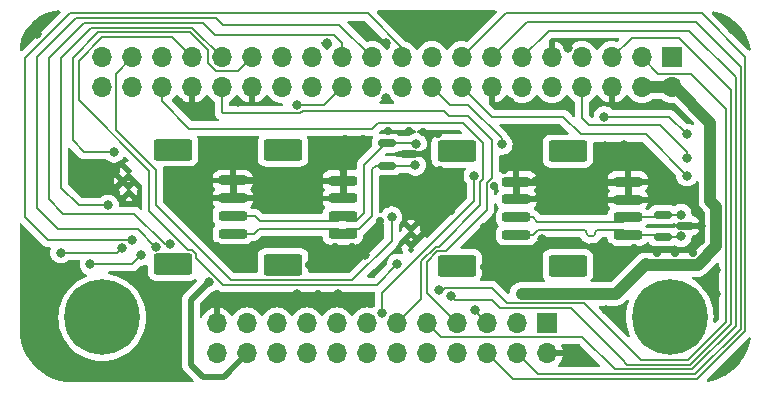
<source format=gbr>
%TF.GenerationSoftware,KiCad,Pcbnew,8.0.3*%
%TF.CreationDate,2024-07-12T22:27:24+02:00*%
%TF.ProjectId,HatV5,48617456-352e-46b6-9963-61645f706362,V2*%
%TF.SameCoordinates,Original*%
%TF.FileFunction,Copper,L1,Top*%
%TF.FilePolarity,Positive*%
%FSLAX46Y46*%
G04 Gerber Fmt 4.6, Leading zero omitted, Abs format (unit mm)*
G04 Created by KiCad (PCBNEW 8.0.3) date 2024-07-12 22:27:24*
%MOMM*%
%LPD*%
G01*
G04 APERTURE LIST*
G04 Aperture macros list*
%AMRoundRect*
0 Rectangle with rounded corners*
0 $1 Rounding radius*
0 $2 $3 $4 $5 $6 $7 $8 $9 X,Y pos of 4 corners*
0 Add a 4 corners polygon primitive as box body*
4,1,4,$2,$3,$4,$5,$6,$7,$8,$9,$2,$3,0*
0 Add four circle primitives for the rounded corners*
1,1,$1+$1,$2,$3*
1,1,$1+$1,$4,$5*
1,1,$1+$1,$6,$7*
1,1,$1+$1,$8,$9*
0 Add four rect primitives between the rounded corners*
20,1,$1+$1,$2,$3,$4,$5,0*
20,1,$1+$1,$4,$5,$6,$7,0*
20,1,$1+$1,$6,$7,$8,$9,0*
20,1,$1+$1,$8,$9,$2,$3,0*%
G04 Aperture macros list end*
%TA.AperFunction,SMDPad,CuDef*%
%ADD10RoundRect,0.200000X1.000000X-0.200000X1.000000X0.200000X-1.000000X0.200000X-1.000000X-0.200000X0*%
%TD*%
%TA.AperFunction,SMDPad,CuDef*%
%ADD11RoundRect,0.250000X1.400000X-0.650000X1.400000X0.650000X-1.400000X0.650000X-1.400000X-0.650000X0*%
%TD*%
%TA.AperFunction,SMDPad,CuDef*%
%ADD12RoundRect,0.150000X-0.587500X-0.150000X0.587500X-0.150000X0.587500X0.150000X-0.587500X0.150000X0*%
%TD*%
%TA.AperFunction,ComponentPad*%
%ADD13C,0.800000*%
%TD*%
%TA.AperFunction,ComponentPad*%
%ADD14C,6.400000*%
%TD*%
%TA.AperFunction,ComponentPad*%
%ADD15R,1.700000X1.700000*%
%TD*%
%TA.AperFunction,ComponentPad*%
%ADD16O,1.700000X1.700000*%
%TD*%
%TA.AperFunction,ComponentPad*%
%ADD17C,0.500000*%
%TD*%
%TA.AperFunction,ViaPad*%
%ADD18C,0.800000*%
%TD*%
%TA.AperFunction,ViaPad*%
%ADD19C,0.700000*%
%TD*%
%TA.AperFunction,Conductor*%
%ADD20C,0.200000*%
%TD*%
%TA.AperFunction,Conductor*%
%ADD21C,0.600000*%
%TD*%
%TA.AperFunction,Conductor*%
%ADD22C,0.500000*%
%TD*%
%TA.AperFunction,Conductor*%
%ADD23C,1.000000*%
%TD*%
G04 APERTURE END LIST*
D10*
%TO.P,J4,1,Pin_1*%
%TO.N,/CAN BUS 1/CH1+*%
X159961778Y-104134422D03*
%TO.P,J4,2,Pin_2*%
%TO.N,/CAN BUS 1/CH1-*%
X159961778Y-102634422D03*
%TO.P,J4,3,Pin_3*%
%TO.N,GND*%
X159961778Y-101134422D03*
%TO.P,J4,4,Pin_4*%
X159961778Y-99634422D03*
D11*
%TO.P,J4,MP*%
%TO.N,N/C*%
X154911778Y-106734422D03*
X154911778Y-97034422D03*
%TD*%
D10*
%TO.P,J3,1,Pin_1*%
%TO.N,/CAN BUS 1/CH1+*%
X150552800Y-104120000D03*
%TO.P,J3,2,Pin_2*%
%TO.N,/CAN BUS 1/CH1-*%
X150552800Y-102620000D03*
%TO.P,J3,3,Pin_3*%
%TO.N,GND*%
X150552800Y-101120000D03*
%TO.P,J3,4,Pin_4*%
X150552800Y-99620000D03*
D11*
%TO.P,J3,MP*%
%TO.N,N/C*%
X145502800Y-106720000D03*
X145502800Y-97020000D03*
%TD*%
D12*
%TO.P,U4,1,K1*%
%TO.N,/CAN BUS 1/CH1-*%
X162955256Y-102404865D03*
%TO.P,U4,2,K2*%
%TO.N,/CAN BUS 1/CH1+*%
X162955256Y-104304865D03*
%TO.P,U4,3,CC*%
%TO.N,GND*%
X164830256Y-103354865D03*
%TD*%
%TO.P,U2,1,K1*%
%TO.N,/CAN BUS 0/CH0-*%
X139565200Y-96363200D03*
%TO.P,U2,2,K2*%
%TO.N,/CAN BUS 0/CH0+*%
X139565200Y-98263200D03*
%TO.P,U2,3,CC*%
%TO.N,GND*%
X141440200Y-97313200D03*
%TD*%
D10*
%TO.P,J2,1,Pin_1*%
%TO.N,/CAN BUS 0/CH0+*%
X135838200Y-104043800D03*
%TO.P,J2,2,Pin_2*%
%TO.N,/CAN BUS 0/CH0-*%
X135838200Y-102543800D03*
%TO.P,J2,3,Pin_3*%
%TO.N,GND*%
X135838200Y-101043800D03*
%TO.P,J2,4,Pin_4*%
X135838200Y-99543800D03*
D11*
%TO.P,J2,MP*%
%TO.N,N/C*%
X130788200Y-106643800D03*
X130788200Y-96943800D03*
%TD*%
D10*
%TO.P,J1,1,Pin_1*%
%TO.N,/CAN BUS 0/CH0+*%
X126532400Y-104019400D03*
%TO.P,J1,2,Pin_2*%
%TO.N,/CAN BUS 0/CH0-*%
X126532400Y-102519400D03*
%TO.P,J1,3,Pin_3*%
%TO.N,GND*%
X126532400Y-101019400D03*
%TO.P,J1,4,Pin_4*%
X126532400Y-99519400D03*
D11*
%TO.P,J1,MP*%
%TO.N,N/C*%
X121482400Y-106619400D03*
X121482400Y-96919400D03*
%TD*%
D13*
%TO.P,H1,1*%
%TO.N,N/C*%
X113082400Y-111119400D03*
X113785344Y-109422344D03*
X113785344Y-112816456D03*
X115482400Y-108719400D03*
D14*
X115482400Y-111119400D03*
D13*
X115482400Y-113519400D03*
X117179456Y-109422344D03*
X117179456Y-112816456D03*
X117882400Y-111119400D03*
%TD*%
%TO.P,H2,1*%
%TO.N,N/C*%
X161140056Y-111064796D03*
X161843000Y-109367740D03*
X161843000Y-112761852D03*
X163540056Y-108664796D03*
D14*
X163540056Y-111064796D03*
D13*
X163540056Y-113464796D03*
X165237112Y-109367740D03*
X165237112Y-112761852D03*
X165940056Y-111064796D03*
%TD*%
D15*
%TO.P,J5,1,Pin_1*%
%TO.N,+3V3*%
X163722400Y-89079400D03*
D16*
%TO.P,J5,2,Pin_2*%
%TO.N,+5V*%
X163722400Y-91619400D03*
%TO.P,J5,3,Pin_3*%
%TO.N,/I2C_GP5_DAT*%
X161182400Y-89079400D03*
%TO.P,J5,4,Pin_4*%
%TO.N,+5V*%
X161182400Y-91619400D03*
%TO.P,J5,5,Pin_5*%
%TO.N,/I2C_GP5_CLK*%
X158642400Y-89079400D03*
%TO.P,J5,6,Pin_6*%
%TO.N,GND*%
X158642400Y-91619400D03*
%TO.P,J5,7,Pin_7*%
%TO.N,/MCLK05*%
X156102400Y-89079400D03*
%TO.P,J5,8,Pin_8*%
%TO.N,/UART1_TX*%
X156102400Y-91619400D03*
%TO.P,J5,9,Pin_9*%
%TO.N,GND*%
X153562400Y-89079400D03*
%TO.P,J5,10,Pin_10*%
%TO.N,/UART1_RX*%
X153562400Y-91619400D03*
%TO.P,J5,11,Pin_11*%
%TO.N,/UART1_RTS*%
X151022400Y-89079400D03*
%TO.P,J5,12,Pin_12*%
%TO.N,/I2S2_CLK*%
X151022400Y-91619400D03*
%TO.P,J5,13,Pin_13*%
%TO.N,/PWM01*%
X148482400Y-89079400D03*
%TO.P,J5,14,Pin_14*%
%TO.N,GND*%
X148482400Y-91619400D03*
%TO.P,J5,15,Pin_15*%
%TO.N,/GPIO27_PWM2*%
X145942400Y-89079400D03*
%TO.P,J5,16,Pin_16*%
%TO.N,/GPIO8_AO_DMIC_IN_DAT*%
X145942400Y-91619400D03*
%TO.P,J5,17,Pin_17*%
%TO.N,+3V3*%
X143402400Y-89079400D03*
%TO.P,J5,18,Pin_18*%
%TO.N,/GPIO35_PWM3*%
X143402400Y-91619400D03*
%TO.P,J5,19,Pin_19*%
%TO.N,/SPI1_MOSI*%
X140862400Y-89079400D03*
%TO.P,J5,20,Pin_20*%
%TO.N,GND*%
X140862400Y-91619400D03*
%TO.P,J5,21,Pin_21*%
%TO.N,/SPI1_MISO*%
X138322400Y-89079400D03*
%TO.P,J5,22,Pin_22*%
%TO.N,/GPIO17_40HEADER*%
X138322400Y-91619400D03*
%TO.P,J5,23,Pin_23*%
%TO.N,/SPI1_SCK*%
X135782400Y-89079400D03*
%TO.P,J5,24,Pin_24*%
%TO.N,/SPI1_CS0*%
X135782400Y-91619400D03*
%TO.P,J5,25,Pin_25*%
%TO.N,GND*%
X133242400Y-89079400D03*
%TO.P,J5,26,Pin_26*%
%TO.N,/SPI1_CS1*%
X133242400Y-91619400D03*
%TO.P,J5,27,Pin_27*%
%TO.N,/I2C_GP2_DAT*%
X130702400Y-89079400D03*
%TO.P,J5,28,Pin_28*%
%TO.N,/I2C_GP2_CLK*%
X130702400Y-91619400D03*
%TO.P,J5,29,Pin_29*%
%TO.N,/CAN0_DIN*%
X128162400Y-89079400D03*
%TO.P,J5,30,Pin_30*%
%TO.N,GND*%
X128162400Y-91619400D03*
%TO.P,J5,31,Pin_31*%
%TO.N,/CAN0_DOUT*%
X125622400Y-89079400D03*
%TO.P,J5,32,Pin_32*%
%TO.N,/GPIO9_CAN1_GPIO0_DMIC_CLK*%
X125622400Y-91619400D03*
%TO.P,J5,33,Pin_33*%
%TO.N,/CAN1_DOUT*%
X123082400Y-89079400D03*
%TO.P,J5,34,Pin_34*%
%TO.N,GND*%
X123082400Y-91619400D03*
%TO.P,J5,35,Pin_35*%
%TO.N,/I2S_FS*%
X120542400Y-89079400D03*
%TO.P,J5,36,Pin_36*%
%TO.N,/UART1_CTS*%
X120542400Y-91619400D03*
%TO.P,J5,37,Pin_37*%
%TO.N,/CAN1_DIN*%
X118002400Y-89079400D03*
%TO.P,J5,38,Pin_38*%
%TO.N,/I2S_SDIN*%
X118002400Y-91619400D03*
%TO.P,J5,39,Pin_39*%
%TO.N,GND*%
X115462400Y-89079400D03*
%TO.P,J5,40,Pin_40*%
%TO.N,/I2S_SDOUT*%
X115462400Y-91619400D03*
%TD*%
D15*
%TO.P,J6,1,1*%
%TO.N,+3V3*%
X153142400Y-111619400D03*
D16*
%TO.P,J6,2,2*%
%TO.N,GND*%
X153142400Y-114159400D03*
%TO.P,J6,3,3*%
%TO.N,+5V*%
X150602400Y-111619400D03*
%TO.P,J6,4,4*%
%TO.N,/PWM01*%
X150602400Y-114159400D03*
%TO.P,J6,5,5*%
%TO.N,/GPIO35_PWM3*%
X148062400Y-111619400D03*
%TO.P,J6,6,6*%
%TO.N,/GPIO27_PWM2*%
X148062400Y-114159400D03*
%TO.P,J6,7,7*%
%TO.N,/GPIO9_CAN1_GPIO0_DMIC_CLK*%
X145522400Y-111619400D03*
%TO.P,J6,8,8*%
%TO.N,/GPIO8_AO_DMIC_IN_DAT*%
X145522400Y-114159400D03*
%TO.P,J6,9,9*%
%TO.N,/UART1_RTS*%
X142982400Y-111619400D03*
%TO.P,J6,10,10*%
%TO.N,/UART1_TX*%
X142982400Y-114159400D03*
%TO.P,J6,11,11*%
%TO.N,/UART1_CTS*%
X140442400Y-111619400D03*
%TO.P,J6,12,12*%
%TO.N,/UART1_RX*%
X140442400Y-114159400D03*
%TO.P,J6,13,13*%
%TO.N,/I2C_GP2_DAT*%
X137902400Y-111619400D03*
%TO.P,J6,14,14*%
%TO.N,/I2C_GP2_CLK*%
X137902400Y-114159400D03*
%TO.P,J6,15,15*%
%TO.N,/I2C_GP5_DAT*%
X135362400Y-111619400D03*
%TO.P,J6,16,16*%
%TO.N,/I2C_GP5_CLK*%
X135362400Y-114159400D03*
%TO.P,J6,17,17*%
%TO.N,/SPI1_SCK*%
X132822400Y-111619400D03*
%TO.P,J6,18,18*%
%TO.N,/SPI1_MISO*%
X132822400Y-114159400D03*
%TO.P,J6,19,19*%
%TO.N,/SPI1_CS1*%
X130282400Y-111619400D03*
%TO.P,J6,20,20*%
%TO.N,/SPI1_MOSI*%
X130282400Y-114159400D03*
%TO.P,J6,21,21*%
%TO.N,/SPI1_CS0*%
X127742400Y-111619400D03*
%TO.P,J6,22,22*%
%TO.N,+5V*%
X127742400Y-114159400D03*
%TO.P,J6,23,23*%
%TO.N,GND*%
X125202400Y-111619400D03*
%TO.P,J6,24,24*%
%TO.N,+3V3*%
X125202400Y-114159400D03*
%TD*%
D17*
%TO.P,U1,9,PAD*%
%TO.N,GND*%
X117211800Y-99585000D03*
X117711800Y-98685000D03*
X117711800Y-100485000D03*
X118211800Y-99585000D03*
%TD*%
%TO.P,U3,9,PAD*%
%TO.N,GND*%
X141145400Y-104511200D03*
X141645400Y-103611200D03*
X141645400Y-105411200D03*
X142145400Y-104511200D03*
%TD*%
D18*
%TO.N,GND*%
X142154316Y-86089907D03*
X135865246Y-98435713D03*
D19*
X133718438Y-109120486D03*
X159310129Y-111528758D03*
X168839859Y-86759275D03*
X168697381Y-114862883D03*
X111002886Y-115412363D03*
X109535389Y-113807289D03*
X111011445Y-109239718D03*
X112870354Y-107206536D03*
X110982400Y-107119400D03*
D18*
%TO.N,/SPI1_CS1*%
X118748822Y-105852978D03*
X114482400Y-106619400D03*
%TO.N,/SPI1_CS0*%
X111982400Y-105619400D03*
X117118959Y-105261250D03*
D19*
%TO.N,GND*%
X166196078Y-104682890D03*
X165982400Y-102119400D03*
X156982400Y-105119400D03*
X156482400Y-102119400D03*
X154982400Y-102119400D03*
X153482400Y-102119400D03*
D18*
X166146935Y-103354865D03*
%TO.N,/CAN BUS 1/CH1+*%
X164482400Y-104254865D03*
%TO.N,/CAN BUS 1/CH1-*%
X164482400Y-102404865D03*
%TO.N,GND*%
X142840111Y-97309660D03*
D19*
X137537190Y-96038302D03*
X136077315Y-96048655D03*
X142635965Y-95391224D03*
X141422339Y-95360883D03*
X139647411Y-95360883D03*
X134318748Y-96441147D03*
X133325001Y-97389724D03*
X133783960Y-100693125D03*
X132444618Y-100852863D03*
X130945537Y-100865150D03*
X132473810Y-101964185D03*
X130968109Y-101964185D03*
X129510980Y-101996566D03*
X132482400Y-104619400D03*
X130982400Y-104619400D03*
X129482400Y-104619400D03*
D18*
%TO.N,/CAN BUS 0/CH0+*%
X141982400Y-98213199D03*
%TO.N,/CAN BUS 0/CH0-*%
X142084811Y-96414695D03*
%TO.N,+5V*%
X124482400Y-108119400D03*
X150982400Y-109119400D03*
D19*
%TO.N,GND*%
X128120778Y-105119400D03*
D18*
X137772778Y-105846822D03*
D19*
X144993697Y-102110073D03*
X125201605Y-105061956D03*
D18*
X149982400Y-92876400D03*
D19*
X144376778Y-102619400D03*
X126469778Y-105211822D03*
D18*
X120482400Y-112619400D03*
X143982400Y-86119400D03*
D19*
X162482400Y-101119400D03*
X133962778Y-104957822D03*
X140566778Y-99369822D03*
X165482400Y-105619400D03*
D18*
X159642178Y-96525022D03*
X140482400Y-86119400D03*
D19*
X144122778Y-98607822D03*
X123802778Y-101782822D03*
D18*
X152250778Y-99573022D03*
D19*
X149482400Y-98619400D03*
X135232778Y-105135622D03*
D18*
X154282778Y-100436622D03*
D19*
X147805778Y-106862822D03*
X149026400Y-107415400D03*
X152377778Y-101020822D03*
X138993192Y-102975700D03*
X136629778Y-105110222D03*
D18*
X158067378Y-96601222D03*
X131982400Y-109119400D03*
X121482400Y-114119400D03*
D19*
X158482400Y-105119400D03*
D18*
X158128847Y-110445917D03*
X139482400Y-92526400D03*
X157385400Y-92876400D03*
D19*
X126723778Y-96448822D03*
D18*
X157965778Y-99877822D03*
D19*
X143919578Y-95585222D03*
X157711778Y-101655822D03*
X163982400Y-105619400D03*
X141836778Y-99619400D03*
D18*
X109982400Y-87119400D03*
X119482400Y-114619400D03*
D19*
X123929778Y-97718822D03*
X163843627Y-101138489D03*
D18*
X167482400Y-107119400D03*
D19*
X147819785Y-103456785D03*
D18*
X151982400Y-97119400D03*
D19*
X133962778Y-101782822D03*
X128374778Y-97083822D03*
X133024400Y-106653400D03*
D18*
X154282778Y-99014222D03*
D19*
X165482400Y-101119400D03*
D18*
X121982400Y-92876400D03*
D19*
X152482400Y-107119400D03*
D18*
X159642178Y-97896622D03*
X167482400Y-109119400D03*
X158118178Y-97947422D03*
D19*
X148694778Y-100004822D03*
X125072778Y-96702822D03*
D18*
X150599778Y-98226822D03*
D19*
X136613462Y-106677871D03*
X160540363Y-105242545D03*
D18*
X135482400Y-109119400D03*
D19*
X124691778Y-103306822D03*
X162482400Y-105619400D03*
D18*
X126982400Y-92876400D03*
X156238578Y-100487422D03*
D19*
X128501778Y-99544000D03*
X139423778Y-100258822D03*
D18*
X155482400Y-114119400D03*
D19*
X143030578Y-99319022D03*
D18*
X154895051Y-88276400D03*
X156187778Y-99039622D03*
X134482400Y-87876400D03*
D19*
X122431178Y-101224022D03*
D18*
X139482400Y-87876400D03*
D19*
X139577200Y-101528822D03*
X150853778Y-107370822D03*
D18*
X152758778Y-104449822D03*
%TO.N,/I2C_GP5_DAT*%
X144032556Y-108833622D03*
%TO.N,/I2C_GP5_CLK*%
X145012352Y-109319400D03*
%TO.N,/UART1_TX*%
X164982400Y-97619400D03*
%TO.N,/UART1_RX*%
X164982400Y-95619400D03*
X157982400Y-94119400D03*
%TO.N,/GPIO8_AO_DMIC_IN_DAT*%
X164982400Y-99119400D03*
%TO.N,/GPIO35_PWM3*%
X139197811Y-110773890D03*
X146982400Y-99119400D03*
X149315674Y-96452673D03*
X147004762Y-110491893D03*
%TO.N,/SPI1_MOSI*%
X117982400Y-104561250D03*
%TO.N,/SPI1_MISO*%
X119995673Y-105122623D03*
%TO.N,/SPI1_SCK*%
X121256295Y-104932978D03*
%TO.N,/SPI1_CS0*%
X131962425Y-93119400D03*
%TO.N,/CAN0_DIN*%
X116482400Y-97119400D03*
%TO.N,/CAN0_DOUT*%
X115982400Y-101619400D03*
%TO.N,/CAN1_DOUT*%
X140482400Y-106619400D03*
%TO.N,/CAN1_DIN*%
X139982400Y-102619400D03*
%TD*%
D20*
%TO.N,/SPI1_CS0*%
X117118959Y-105261250D02*
X116760809Y-105619400D01*
X116760809Y-105619400D02*
X111982400Y-105619400D01*
%TO.N,/SPI1_CS1*%
X117982400Y-106619400D02*
X114482400Y-106619400D01*
X118748822Y-105852978D02*
X117982400Y-106619400D01*
%TO.N,/SPI1_MISO*%
X113292557Y-85776400D02*
X125139400Y-85776400D01*
X119995673Y-105122623D02*
X119985623Y-105122623D01*
X119985623Y-105122623D02*
X118482400Y-103619400D01*
X118482400Y-103619400D02*
X111732400Y-103619400D01*
X109982400Y-101869400D02*
X109982400Y-89086557D01*
X125139400Y-85776400D02*
X125683942Y-86320942D01*
X125683942Y-86320942D02*
X135563942Y-86320942D01*
X111732400Y-103619400D02*
X109982400Y-101869400D01*
X135563942Y-86320942D02*
X138322400Y-89079400D01*
X109982400Y-89086557D02*
X113292557Y-85776400D01*
%TO.N,/SPI1_SCK*%
X110982400Y-89119400D02*
X113925400Y-86176400D01*
X135782400Y-87877319D02*
X135782400Y-89079400D01*
X112204786Y-102341786D02*
X110982400Y-101119400D01*
X121256295Y-104932978D02*
X120795978Y-104932978D01*
X124039400Y-86176400D02*
X125039400Y-87176400D01*
X120795978Y-104932978D02*
X118204786Y-102341786D01*
X113925400Y-86176400D02*
X124039400Y-86176400D01*
X118204786Y-102341786D02*
X112204786Y-102341786D01*
X110982400Y-101119400D02*
X110982400Y-89119400D01*
X125039400Y-87176400D02*
X135081481Y-87176400D01*
X135081481Y-87176400D02*
X135782400Y-87877319D01*
D21*
%TO.N,GND*%
X135838200Y-98462759D02*
X135865246Y-98435713D01*
X135838200Y-98485000D02*
X135838200Y-98462759D01*
D20*
%TO.N,/GPIO35_PWM3*%
X147004762Y-110491893D02*
X147004762Y-110561762D01*
X147004762Y-110561762D02*
X148062400Y-111619400D01*
%TO.N,/I2C_GP5_DAT*%
X156282400Y-109919400D02*
X161082400Y-114719400D01*
X144032556Y-108833622D02*
X144268178Y-108833622D01*
X144482400Y-108619400D02*
X148482400Y-108619400D01*
X144268178Y-108833622D02*
X144482400Y-108619400D01*
X148482400Y-108619400D02*
X149782400Y-109919400D01*
X149782400Y-109919400D02*
X156282400Y-109919400D01*
X161082400Y-114719400D02*
X165108800Y-114719400D01*
X165108800Y-114719400D02*
X168332400Y-111495800D01*
X168332400Y-111495800D02*
X168332400Y-93469400D01*
X168332400Y-93469400D02*
X165332400Y-90469400D01*
X162572400Y-90469400D02*
X161182400Y-89079400D01*
X165332400Y-90469400D02*
X162572400Y-90469400D01*
%TO.N,/UART1_CTS*%
X140442400Y-111619400D02*
X142482400Y-109579400D01*
X142482400Y-109579400D02*
X142482400Y-106339970D01*
X147482400Y-101619400D02*
X147482400Y-99609350D01*
X146035407Y-94672407D02*
X138795186Y-94672407D01*
X143702370Y-105120000D02*
X143981800Y-105120000D01*
X143981800Y-105120000D02*
X147482400Y-101619400D01*
X147482400Y-99609350D02*
X147682400Y-99409350D01*
X147682400Y-99409350D02*
X147682400Y-96319400D01*
X147682400Y-96319400D02*
X146035407Y-94672407D01*
X142482400Y-106339970D02*
X143702370Y-105120000D01*
X138795186Y-94672407D02*
X138348193Y-95119400D01*
X138348193Y-95119400D02*
X122840319Y-95119400D01*
X122840319Y-95119400D02*
X120542400Y-92821481D01*
X120542400Y-92821481D02*
X120542400Y-91619400D01*
%TO.N,/GPIO9_CAN1_GPIO0_DMIC_CLK*%
X142982400Y-106405656D02*
X143868056Y-105520000D01*
X143868056Y-105520000D02*
X144581800Y-105520000D01*
X144581800Y-105520000D02*
X148044778Y-102057022D01*
X142982400Y-109079400D02*
X142982400Y-106405656D01*
X145522400Y-111619400D02*
X142982400Y-109079400D01*
X148482400Y-96086557D02*
X146415243Y-94019400D01*
X132452375Y-93619400D02*
X132252375Y-93819400D01*
X148044778Y-102057022D02*
X148044778Y-99735583D01*
X148044778Y-99735583D02*
X148482400Y-99297961D01*
X148482400Y-99297961D02*
X148482400Y-96086557D01*
X146415243Y-94019400D02*
X144809557Y-94019400D01*
X144809557Y-94019400D02*
X144409557Y-93619400D01*
X144409557Y-93619400D02*
X132452375Y-93619400D01*
X132252375Y-93819400D02*
X125682400Y-93819400D01*
X125682400Y-93819400D02*
X125622400Y-93759400D01*
X125622400Y-93759400D02*
X125622400Y-91619400D01*
%TO.N,/GPIO35_PWM3*%
X139197811Y-110773890D02*
X139197811Y-109058873D01*
X139197811Y-109058873D02*
X146982400Y-101274284D01*
X146982400Y-101274284D02*
X146982400Y-99119400D01*
%TO.N,/CAN1_DOUT*%
X140482400Y-106619400D02*
X138758000Y-108343800D01*
X123117144Y-105419400D02*
X122782400Y-105419400D01*
X138758000Y-108343800D02*
X125706800Y-108343800D01*
X125706800Y-108343800D02*
X123432400Y-106069400D01*
X123432400Y-106069400D02*
X123432400Y-105734656D01*
X113482400Y-89376400D02*
X115482400Y-87376400D01*
X123432400Y-105734656D02*
X123117144Y-105419400D01*
X122782400Y-105419400D02*
X119482400Y-102119400D01*
X113482400Y-92685086D02*
X113482400Y-89376400D01*
X119482400Y-102119400D02*
X119482400Y-98685086D01*
X119482400Y-98685086D02*
X113482400Y-92685086D01*
X115482400Y-87376400D02*
X121379400Y-87376400D01*
X121379400Y-87376400D02*
X123082400Y-89079400D01*
D22*
%TO.N,+5V*%
X122982400Y-109619400D02*
X122982400Y-115119400D01*
X125782400Y-116119400D02*
X127742400Y-114159400D01*
X124482400Y-108119400D02*
X122982400Y-109619400D01*
X122982400Y-115119400D02*
X123982400Y-116119400D01*
X123982400Y-116119400D02*
X125782400Y-116119400D01*
D20*
%TO.N,/I2C_GP5_CLK*%
X160302400Y-87419400D02*
X164282400Y-87419400D01*
X164282400Y-87419400D02*
X168732400Y-91869400D01*
X159482400Y-114619400D02*
X155182400Y-110319400D01*
X168732400Y-111661486D02*
X165274486Y-115119400D01*
X168732400Y-91869400D02*
X168732400Y-111661486D01*
X148482400Y-109619400D02*
X145312352Y-109619400D01*
X165274486Y-115119400D02*
X159949557Y-115119400D01*
X159482400Y-114652243D02*
X159482400Y-114619400D01*
X159949557Y-115119400D02*
X159482400Y-114652243D01*
X158642400Y-89079400D02*
X160302400Y-87419400D01*
X155182400Y-110319400D02*
X149182400Y-110319400D01*
X149182400Y-110319400D02*
X148482400Y-109619400D01*
X145312352Y-109619400D02*
X145012352Y-109319400D01*
%TO.N,/UART1_RTS*%
X151022400Y-89079400D02*
X153270615Y-86831185D01*
X169132400Y-90769400D02*
X169132400Y-111827172D01*
X153270615Y-86831185D02*
X165194185Y-86831185D01*
X144132400Y-112769400D02*
X142982400Y-111619400D01*
X165194185Y-86831185D02*
X169132400Y-90769400D01*
X169132400Y-111827172D02*
X165440172Y-115519400D01*
X165440172Y-115519400D02*
X158882400Y-115519400D01*
X158882400Y-115519400D02*
X156132400Y-112769400D01*
X156132400Y-112769400D02*
X144132400Y-112769400D01*
D22*
%TO.N,GND*%
X166146935Y-103354865D02*
X164830256Y-103354865D01*
D20*
%TO.N,/PWM01*%
X148482400Y-89079400D02*
X151442400Y-86119400D01*
X151442400Y-86119400D02*
X165732400Y-86119400D01*
X169532400Y-112069400D02*
X165682400Y-115919400D01*
X169532400Y-89919400D02*
X169532400Y-112069400D01*
X165732400Y-86119400D02*
X169532400Y-89919400D01*
X165682400Y-115919400D02*
X152362400Y-115919400D01*
X152362400Y-115919400D02*
X150602400Y-114159400D01*
%TO.N,/GPIO27_PWM2*%
X145942400Y-89079400D02*
X149646099Y-85375701D01*
X169932400Y-89069400D02*
X169932400Y-112235086D01*
X169698085Y-112469400D02*
X165848085Y-116319400D01*
X165848085Y-116319400D02*
X150222400Y-116319400D01*
X149646099Y-85375701D02*
X166238701Y-85375701D01*
X166238701Y-85375701D02*
X169932400Y-89069400D01*
X169932400Y-112235086D02*
X169698085Y-112469400D01*
X150222400Y-116319400D02*
X148062400Y-114159400D01*
%TO.N,/GPIO35_PWM3*%
X149315674Y-96452673D02*
X149315674Y-95952674D01*
X149315674Y-95952674D02*
X146482400Y-93119400D01*
X146482400Y-93119400D02*
X144902400Y-93119400D01*
X144902400Y-93119400D02*
X143402400Y-91619400D01*
%TO.N,/GPIO8_AO_DMIC_IN_DAT*%
X164982400Y-99119400D02*
X161482400Y-95619400D01*
X161482400Y-95619400D02*
X155982400Y-95619400D01*
X148442400Y-94119400D02*
X145942400Y-91619400D01*
X155982400Y-95619400D02*
X154482400Y-94119400D01*
X154482400Y-94119400D02*
X148442400Y-94119400D01*
%TO.N,/SPI1_CS0*%
X131962425Y-93119400D02*
X134282400Y-93119400D01*
X134282400Y-93119400D02*
X135782400Y-91619400D01*
%TO.N,/UART1_TX*%
X164982400Y-97619400D02*
X164982400Y-97119400D01*
X164982400Y-97119400D02*
X162682400Y-94819400D01*
X162682400Y-94819400D02*
X156682400Y-94819400D01*
X156682400Y-94819400D02*
X156102400Y-94239400D01*
X156102400Y-94239400D02*
X156102400Y-91619400D01*
%TO.N,/UART1_RX*%
X163482400Y-94119400D02*
X157982400Y-94119400D01*
X164982400Y-95619400D02*
X163482400Y-94119400D01*
%TO.N,/SPI1_MOSI*%
X117982400Y-104561250D02*
X110924250Y-104561250D01*
X140862400Y-88266450D02*
X140862400Y-89079400D01*
X110924250Y-104561250D02*
X108982400Y-102619400D01*
X108982400Y-89119400D02*
X112725400Y-85376400D01*
X108982400Y-102619400D02*
X108982400Y-89119400D01*
X112725400Y-85376400D02*
X137972350Y-85376400D01*
X137972350Y-85376400D02*
X140862400Y-88266450D01*
%TO.N,/CAN0_DIN*%
X128162400Y-89079400D02*
X127012400Y-90229400D01*
X125146054Y-90229400D02*
X124472400Y-89555746D01*
X127012400Y-90229400D02*
X125146054Y-90229400D01*
X113982400Y-97119400D02*
X116482400Y-97119400D01*
X124472400Y-89555746D02*
X124472400Y-88495086D01*
X112982400Y-96119400D02*
X113982400Y-97119400D01*
X124472400Y-88495086D02*
X122953714Y-86976400D01*
X122953714Y-86976400D02*
X115125400Y-86976400D01*
X115125400Y-86976400D02*
X112982400Y-89119400D01*
X112982400Y-89119400D02*
X112982400Y-96119400D01*
%TO.N,/CAN0_DOUT*%
X115982400Y-101619400D02*
X113482400Y-101619400D01*
X113482400Y-101619400D02*
X111982400Y-100119400D01*
X111982400Y-100119400D02*
X111982400Y-89119400D01*
X111982400Y-89119400D02*
X114525400Y-86576400D01*
X114525400Y-86576400D02*
X123119400Y-86576400D01*
X123119400Y-86576400D02*
X125622400Y-89079400D01*
%TO.N,/CAN1_DIN*%
X118002400Y-89079400D02*
X116612400Y-90469400D01*
X139982400Y-104627150D02*
X139982400Y-102619400D01*
X116612400Y-90469400D02*
X116612400Y-95249400D01*
X126372486Y-107943800D02*
X136665750Y-107943800D01*
X120015243Y-98652243D02*
X120015243Y-101586557D01*
X116612400Y-95249400D02*
X120015243Y-98652243D01*
X120015243Y-101586557D02*
X126372486Y-107943800D01*
X136665750Y-107943800D02*
X139982400Y-104627150D01*
%TO.N,/CAN BUS 1/CH1+*%
X156512400Y-103990000D02*
G75*
G03*
X156242400Y-103720000I-270000J0D01*
G01*
X157482400Y-103720000D02*
G75*
G03*
X157212400Y-103990000I0J-270000D01*
G01*
X157212400Y-103990000D02*
G75*
G02*
X156942400Y-104260000I-270000J0D01*
G01*
X156782400Y-104260000D02*
G75*
G02*
X156512400Y-103990000I0J270000D01*
G01*
X151981800Y-104120000D02*
X150552800Y-104120000D01*
X159961778Y-104134422D02*
X159547356Y-103720000D01*
X159547356Y-103720000D02*
X157482400Y-103720000D01*
X156942400Y-104260000D02*
X156782400Y-104260000D01*
X155982400Y-103720000D02*
X152381800Y-103720000D01*
X156242400Y-103720000D02*
X156082400Y-103720000D01*
X156082400Y-103720000D02*
X155982400Y-103720000D01*
X152381800Y-103720000D02*
X151981800Y-104120000D01*
%TO.N,/CAN BUS 1/CH1-*%
X150552800Y-102620000D02*
X151917900Y-102620000D01*
X151917900Y-102620000D02*
X152317900Y-103020000D01*
X159576200Y-103020000D02*
X159961778Y-102634422D01*
X152317900Y-103020000D02*
X159576200Y-103020000D01*
%TO.N,/CAN BUS 1/CH1+*%
X159961778Y-104134422D02*
X162784813Y-104134422D01*
X162784813Y-104134422D02*
X162955256Y-104304865D01*
%TO.N,/CAN BUS 1/CH1-*%
X159961778Y-102634422D02*
X162725699Y-102634422D01*
X162725699Y-102634422D02*
X162955256Y-102404865D01*
%TO.N,/CAN BUS 0/CH0-*%
X139565200Y-96363200D02*
X139489249Y-96363200D01*
X139489249Y-96363200D02*
X137632400Y-98220049D01*
X137632400Y-98220049D02*
X137632400Y-102249531D01*
X137632400Y-102249531D02*
X136938131Y-102943800D01*
X136938131Y-102943800D02*
X136238200Y-102943800D01*
X136238200Y-102943800D02*
X135838200Y-102543800D01*
%TO.N,/CAN BUS 0/CH0+*%
X141982400Y-98213199D02*
X141932399Y-98263200D01*
X141932399Y-98263200D02*
X139565200Y-98263200D01*
%TO.N,/CAN BUS 0/CH0-*%
X142033316Y-96363200D02*
X139565200Y-96363200D01*
X142084811Y-96414695D02*
X142033316Y-96363200D01*
D22*
%TO.N,GND*%
X142839991Y-97309780D02*
X141443620Y-97309780D01*
X142840111Y-97309660D02*
X142839991Y-97309780D01*
X141443620Y-97309780D02*
X141440200Y-97313200D01*
D20*
%TO.N,/CAN BUS 0/CH0-*%
X135838200Y-102543800D02*
X135438200Y-102943800D01*
X135438200Y-102943800D02*
X128806800Y-102943800D01*
X128806800Y-102943800D02*
X128382400Y-102519400D01*
X128382400Y-102519400D02*
X126532400Y-102519400D01*
%TO.N,/CAN BUS 0/CH0+*%
X135838200Y-104043800D02*
X135413800Y-103619400D01*
X135413800Y-103619400D02*
X128732401Y-103619400D01*
X128732401Y-103619400D02*
X128332401Y-104019400D01*
X128332401Y-104019400D02*
X126532400Y-104019400D01*
X139565200Y-98263200D02*
X138655150Y-98263200D01*
X138655150Y-98263200D02*
X138332400Y-98585950D01*
X136238200Y-103643800D02*
X135838200Y-104043800D01*
X138332400Y-98585950D02*
X138332400Y-102539483D01*
X138332400Y-102539483D02*
X137228083Y-103643800D01*
X137228083Y-103643800D02*
X136238200Y-103643800D01*
D23*
%TO.N,+5V*%
X167482400Y-105069400D02*
X167482400Y-105104325D01*
X167482400Y-105104325D02*
X165917325Y-106669400D01*
X158982400Y-109119400D02*
X150982400Y-109119400D01*
X161482400Y-106619400D02*
X158982400Y-109119400D01*
X165917325Y-106669400D02*
X161532400Y-106669400D01*
X161532400Y-106669400D02*
X161482400Y-106619400D01*
X163722400Y-91619400D02*
X163982400Y-91619400D01*
X163982400Y-91619400D02*
X166982400Y-94619400D01*
X166982400Y-94619400D02*
X166982400Y-101276552D01*
X166982400Y-101276552D02*
X167482400Y-101776552D01*
X167482400Y-101776552D02*
X167482400Y-105069400D01*
X161182400Y-91619400D02*
X163722400Y-91619400D01*
D21*
%TO.N,GND*%
X152203800Y-99620000D02*
X152250778Y-99573022D01*
X158209178Y-99634422D02*
X159961778Y-99634422D01*
X128501778Y-99544000D02*
X128477178Y-99519400D01*
X150552800Y-101120000D02*
X150552800Y-99620000D01*
X135838200Y-98485000D02*
X135838200Y-99543800D01*
X128477178Y-99519400D02*
X126532400Y-99519400D01*
X159961778Y-99634422D02*
X159961778Y-101134422D01*
X157965778Y-99877822D02*
X158209178Y-99634422D01*
X135838200Y-101043800D02*
X135838200Y-99543800D01*
X126532400Y-101019400D02*
X126532400Y-99519400D01*
X150552800Y-99620000D02*
X152203800Y-99620000D01*
D20*
%TO.N,/CAN BUS 1/CH1-*%
X164482400Y-102404865D02*
X162955256Y-102404865D01*
%TO.N,/CAN BUS 1/CH1+*%
X164482400Y-104254865D02*
X164432400Y-104304865D01*
X164432400Y-104304865D02*
X162955256Y-104304865D01*
%TD*%
%TA.AperFunction,Conductor*%
%TO.N,GND*%
G36*
X108687603Y-103174284D02*
G01*
X108694080Y-103180315D01*
X110555534Y-105041770D01*
X110555536Y-105041771D01*
X110555540Y-105041774D01*
X110684117Y-105116007D01*
X110692466Y-105120827D01*
X110845193Y-105161751D01*
X110845195Y-105161751D01*
X111010904Y-105161751D01*
X111010920Y-105161750D01*
X111013586Y-105161750D01*
X111080625Y-105181435D01*
X111126380Y-105234239D01*
X111136324Y-105303397D01*
X111131517Y-105324068D01*
X111103208Y-105411194D01*
X111096726Y-105431144D01*
X111076940Y-105619400D01*
X111096726Y-105807656D01*
X111096727Y-105807659D01*
X111155218Y-105987677D01*
X111155221Y-105987684D01*
X111249867Y-106151616D01*
X111356231Y-106269745D01*
X111376529Y-106292288D01*
X111529665Y-106403548D01*
X111529670Y-106403551D01*
X111702592Y-106480542D01*
X111702597Y-106480544D01*
X111887754Y-106519900D01*
X111887755Y-106519900D01*
X112077044Y-106519900D01*
X112077046Y-106519900D01*
X112262203Y-106480544D01*
X112435130Y-106403551D01*
X112588271Y-106292288D01*
X112616509Y-106260927D01*
X112675995Y-106224279D01*
X112708658Y-106219900D01*
X113494692Y-106219900D01*
X113561731Y-106239585D01*
X113607486Y-106292389D01*
X113617430Y-106361547D01*
X113612623Y-106382218D01*
X113605692Y-106403551D01*
X113596726Y-106431144D01*
X113576940Y-106619400D01*
X113596726Y-106807656D01*
X113596727Y-106807659D01*
X113655218Y-106987677D01*
X113655221Y-106987684D01*
X113749867Y-107151616D01*
X113876529Y-107292288D01*
X114029665Y-107403548D01*
X114029670Y-107403551D01*
X114129763Y-107448116D01*
X114183000Y-107493366D01*
X114203321Y-107560215D01*
X114184275Y-107627439D01*
X114131909Y-107673694D01*
X114123765Y-107677159D01*
X113975202Y-107734187D01*
X113629606Y-107910277D01*
X113304317Y-108121522D01*
X113002888Y-108365615D01*
X113002880Y-108365622D01*
X112728622Y-108639880D01*
X112728615Y-108639888D01*
X112484522Y-108941317D01*
X112273277Y-109266606D01*
X112097187Y-109612202D01*
X111958188Y-109974305D01*
X111857797Y-110348970D01*
X111857797Y-110348972D01*
X111797122Y-110732060D01*
X111776822Y-111119399D01*
X111776822Y-111119400D01*
X111797122Y-111506739D01*
X111834922Y-111745400D01*
X111857798Y-111889833D01*
X111925946Y-112144167D01*
X111958188Y-112264494D01*
X112097187Y-112626597D01*
X112273277Y-112972193D01*
X112484522Y-113297482D01*
X112684717Y-113544702D01*
X112728619Y-113598916D01*
X113002884Y-113873181D01*
X113170775Y-114009137D01*
X113304317Y-114117277D01*
X113593632Y-114305160D01*
X113629611Y-114328525D01*
X113975206Y-114504614D01*
X114337313Y-114643614D01*
X114711967Y-114744002D01*
X115095062Y-114804678D01*
X115460976Y-114823855D01*
X115482399Y-114824978D01*
X115482400Y-114824978D01*
X115482401Y-114824978D01*
X115502701Y-114823914D01*
X115869738Y-114804678D01*
X116252833Y-114744002D01*
X116627487Y-114643614D01*
X116989594Y-114504614D01*
X117335189Y-114328525D01*
X117660484Y-114117276D01*
X117961916Y-113873181D01*
X118236181Y-113598916D01*
X118480276Y-113297484D01*
X118691525Y-112972189D01*
X118867614Y-112626594D01*
X119006614Y-112264487D01*
X119107002Y-111889833D01*
X119167678Y-111506738D01*
X119187978Y-111119400D01*
X119167678Y-110732062D01*
X119107002Y-110348967D01*
X119006614Y-109974313D01*
X118867614Y-109612206D01*
X118691525Y-109266611D01*
X118689768Y-109263905D01*
X118480277Y-108941317D01*
X118236184Y-108639888D01*
X118236181Y-108639884D01*
X117961916Y-108365619D01*
X117828715Y-108257755D01*
X117660482Y-108121522D01*
X117335193Y-107910277D01*
X116989597Y-107734187D01*
X116627494Y-107595188D01*
X116603415Y-107588736D01*
X116252833Y-107494798D01*
X116252829Y-107494797D01*
X116252828Y-107494797D01*
X116073364Y-107466373D01*
X116010229Y-107436444D01*
X115973298Y-107377132D01*
X115974296Y-107307270D01*
X116012906Y-107249037D01*
X116076869Y-107220923D01*
X116092762Y-107219900D01*
X117895731Y-107219900D01*
X117895747Y-107219901D01*
X117903343Y-107219901D01*
X118061454Y-107219901D01*
X118061457Y-107219901D01*
X118214185Y-107178977D01*
X118275953Y-107143315D01*
X118351116Y-107099920D01*
X118462920Y-106988116D01*
X118462920Y-106988114D01*
X118473121Y-106977914D01*
X118473124Y-106977909D01*
X118661239Y-106789794D01*
X118722562Y-106756312D01*
X118748919Y-106753478D01*
X118843466Y-106753478D01*
X118843468Y-106753478D01*
X119028625Y-106714122D01*
X119157465Y-106656757D01*
X119226713Y-106647472D01*
X119289990Y-106677100D01*
X119327204Y-106736235D01*
X119331900Y-106770037D01*
X119331900Y-107319401D01*
X119331901Y-107319419D01*
X119342400Y-107422196D01*
X119342401Y-107422199D01*
X119397585Y-107588731D01*
X119397587Y-107588736D01*
X119421459Y-107627439D01*
X119489688Y-107738056D01*
X119613744Y-107862112D01*
X119763066Y-107954214D01*
X119929603Y-108009399D01*
X120032391Y-108019900D01*
X122932408Y-108019899D01*
X122942198Y-108018899D01*
X122953739Y-108017720D01*
X123035197Y-108009399D01*
X123201734Y-107954214D01*
X123302171Y-107892264D01*
X123369560Y-107873825D01*
X123436224Y-107894747D01*
X123480994Y-107948389D01*
X123489655Y-108017720D01*
X123459459Y-108080728D01*
X123454946Y-108085485D01*
X122399452Y-109140978D01*
X122399449Y-109140981D01*
X122357722Y-109203430D01*
X122357723Y-109203431D01*
X122317314Y-109263908D01*
X122260743Y-109400482D01*
X122260740Y-109400492D01*
X122231900Y-109545479D01*
X122231900Y-109545482D01*
X122231900Y-115193318D01*
X122231900Y-115193320D01*
X122231899Y-115193320D01*
X122260740Y-115338307D01*
X122260743Y-115338317D01*
X122317312Y-115474888D01*
X122317315Y-115474894D01*
X122317316Y-115474895D01*
X122326148Y-115488113D01*
X122326149Y-115488116D01*
X122399446Y-115597814D01*
X122399452Y-115597821D01*
X123209352Y-116407719D01*
X123242837Y-116469042D01*
X123237853Y-116538733D01*
X123195982Y-116594667D01*
X123130517Y-116619084D01*
X123121671Y-116619400D01*
X112983139Y-116619400D01*
X112981707Y-116619392D01*
X112779473Y-116617056D01*
X112769464Y-116616535D01*
X112366076Y-116579156D01*
X112354732Y-116577574D01*
X111957199Y-116503262D01*
X111946050Y-116500639D01*
X111557097Y-116389973D01*
X111546237Y-116386334D01*
X111169121Y-116240238D01*
X111158644Y-116235611D01*
X110796649Y-116055360D01*
X110786642Y-116049787D01*
X110442800Y-115836888D01*
X110433351Y-115830415D01*
X110110625Y-115586704D01*
X110101814Y-115579387D01*
X110006137Y-115492166D01*
X109802951Y-115306937D01*
X109794857Y-115298843D01*
X109790594Y-115294167D01*
X109522408Y-114999980D01*
X109515095Y-114991174D01*
X109271384Y-114668448D01*
X109264911Y-114658999D01*
X109065482Y-114336911D01*
X109052007Y-114315148D01*
X109046444Y-114305160D01*
X108866184Y-113943147D01*
X108861561Y-113932678D01*
X108715461Y-113555551D01*
X108711829Y-113544713D01*
X108601160Y-113155749D01*
X108598537Y-113144600D01*
X108593002Y-113114990D01*
X108524223Y-112747054D01*
X108522644Y-112735736D01*
X108485263Y-112332331D01*
X108484743Y-112322326D01*
X108482408Y-112120092D01*
X108482400Y-112118660D01*
X108482400Y-103267997D01*
X108502085Y-103200958D01*
X108554889Y-103155203D01*
X108624047Y-103145259D01*
X108687603Y-103174284D01*
G37*
%TD.AperFunction*%
%TA.AperFunction,Conductor*%
G36*
X170327734Y-112791497D02*
G01*
X170383668Y-112833368D01*
X170408086Y-112898832D01*
X170406291Y-112930464D01*
X170366262Y-113144600D01*
X170363639Y-113155749D01*
X170252973Y-113544702D01*
X170249334Y-113555562D01*
X170103238Y-113932678D01*
X170098611Y-113943155D01*
X169918360Y-114305150D01*
X169912787Y-114315157D01*
X169699888Y-114658999D01*
X169693415Y-114668448D01*
X169449704Y-114991174D01*
X169442387Y-114999985D01*
X169169942Y-115298843D01*
X169161843Y-115306942D01*
X168862985Y-115579387D01*
X168854174Y-115586704D01*
X168531448Y-115830415D01*
X168521999Y-115836888D01*
X168178157Y-116049787D01*
X168168150Y-116055360D01*
X167806155Y-116235611D01*
X167795678Y-116240238D01*
X167418562Y-116386334D01*
X167407702Y-116389973D01*
X167018749Y-116500639D01*
X167007600Y-116503262D01*
X166793462Y-116543292D01*
X166723947Y-116536261D01*
X166669269Y-116492764D01*
X166646786Y-116426610D01*
X166663639Y-116358803D01*
X166682992Y-116333726D01*
X170147071Y-112869649D01*
X170196722Y-112819997D01*
X170258043Y-112786513D01*
X170327734Y-112791497D01*
G37*
%TD.AperFunction*%
%TA.AperFunction,Conductor*%
G36*
X155899342Y-113389585D02*
G01*
X155919984Y-113406219D01*
X157620984Y-115107219D01*
X157654469Y-115168542D01*
X157649485Y-115238234D01*
X157607613Y-115294167D01*
X157542149Y-115318584D01*
X157533303Y-115318900D01*
X154191450Y-115318900D01*
X154124411Y-115299215D01*
X154078656Y-115246411D01*
X154068712Y-115177253D01*
X154097737Y-115113697D01*
X154103769Y-115107219D01*
X154180505Y-115030482D01*
X154316000Y-114836978D01*
X154415829Y-114622892D01*
X154415832Y-114622886D01*
X154473036Y-114409400D01*
X153575412Y-114409400D01*
X153608325Y-114352393D01*
X153642400Y-114225226D01*
X153642400Y-114093574D01*
X153608325Y-113966407D01*
X153575412Y-113909400D01*
X154473036Y-113909400D01*
X154473035Y-113909399D01*
X154415832Y-113695913D01*
X154415829Y-113695907D01*
X154346069Y-113546305D01*
X154335577Y-113477227D01*
X154364097Y-113413443D01*
X154422573Y-113375204D01*
X154458451Y-113369900D01*
X155832303Y-113369900D01*
X155899342Y-113389585D01*
G37*
%TD.AperFunction*%
%TA.AperFunction,Conductor*%
G36*
X159995289Y-109623943D02*
G01*
X160051222Y-109665815D01*
X160075639Y-109731279D01*
X160067719Y-109784562D01*
X160015845Y-109919698D01*
X159915453Y-110294366D01*
X159915453Y-110294368D01*
X159854778Y-110677456D01*
X159834478Y-111064795D01*
X159834478Y-111064796D01*
X159854778Y-111452135D01*
X159909385Y-111796911D01*
X159915454Y-111835229D01*
X160004860Y-112168899D01*
X160015844Y-112209890D01*
X160062845Y-112332331D01*
X160123676Y-112490801D01*
X160154845Y-112571997D01*
X160184422Y-112630046D01*
X160197318Y-112698715D01*
X160171041Y-112763456D01*
X160113934Y-112803712D01*
X160044129Y-112806704D01*
X159986256Y-112774021D01*
X157543816Y-110331581D01*
X157510331Y-110270258D01*
X157515315Y-110200566D01*
X157557187Y-110144633D01*
X157622651Y-110120216D01*
X157631497Y-110119900D01*
X159080943Y-110119900D01*
X159163616Y-110103454D01*
X159204954Y-110095232D01*
X159274236Y-110081451D01*
X159327565Y-110059361D01*
X159456314Y-110006032D01*
X159620182Y-109896539D01*
X159759539Y-109757182D01*
X159759540Y-109757179D01*
X159766606Y-109750114D01*
X159766609Y-109750110D01*
X159864276Y-109652442D01*
X159925597Y-109618959D01*
X159995289Y-109623943D01*
G37*
%TD.AperFunction*%
%TA.AperFunction,Conductor*%
G36*
X167651234Y-106452924D02*
G01*
X167707167Y-106494796D01*
X167731584Y-106560260D01*
X167731900Y-106569106D01*
X167731900Y-111195702D01*
X167712215Y-111262741D01*
X167695581Y-111283383D01*
X167437076Y-111541888D01*
X167375753Y-111575373D01*
X167306061Y-111570389D01*
X167250128Y-111528517D01*
X167225711Y-111463053D01*
X167225565Y-111447717D01*
X167232658Y-111312393D01*
X167245634Y-111064796D01*
X167225334Y-110677458D01*
X167164658Y-110294363D01*
X167064270Y-109919709D01*
X166925270Y-109557602D01*
X166749181Y-109212007D01*
X166703056Y-109140981D01*
X166537933Y-108886713D01*
X166293840Y-108585284D01*
X166293837Y-108585280D01*
X166019572Y-108311015D01*
X165945072Y-108250686D01*
X165718138Y-108066918D01*
X165457865Y-107897895D01*
X165412362Y-107844874D01*
X165402748Y-107775669D01*
X165432075Y-107712252D01*
X165491032Y-107674758D01*
X165525400Y-107669900D01*
X166015868Y-107669900D01*
X166112775Y-107650623D01*
X166161230Y-107640985D01*
X166209161Y-107631451D01*
X166262490Y-107609361D01*
X166391239Y-107556032D01*
X166555107Y-107446539D01*
X166694464Y-107307182D01*
X166694464Y-107307180D01*
X166704672Y-107296973D01*
X166704673Y-107296970D01*
X167520220Y-106481424D01*
X167581542Y-106447940D01*
X167651234Y-106452924D01*
G37*
%TD.AperFunction*%
%TA.AperFunction,Conductor*%
G36*
X125233361Y-108739477D02*
G01*
X125283851Y-108770087D01*
X125338084Y-108824320D01*
X125338086Y-108824321D01*
X125338090Y-108824324D01*
X125446151Y-108886712D01*
X125475016Y-108903377D01*
X125578644Y-108931144D01*
X125578643Y-108931144D01*
X125591799Y-108934668D01*
X125627742Y-108944300D01*
X125627743Y-108944300D01*
X138473310Y-108944300D01*
X138540349Y-108963985D01*
X138586104Y-109016789D01*
X138597310Y-109068300D01*
X138597310Y-109147919D01*
X138597311Y-109147932D01*
X138597311Y-110047437D01*
X138577626Y-110114476D01*
X138565461Y-110130409D01*
X138465278Y-110241673D01*
X138447646Y-110272212D01*
X138397077Y-110320426D01*
X138328470Y-110333647D01*
X138308167Y-110329984D01*
X138137813Y-110284338D01*
X138137803Y-110284336D01*
X137902401Y-110263741D01*
X137902399Y-110263741D01*
X137666996Y-110284336D01*
X137666986Y-110284338D01*
X137438744Y-110345494D01*
X137438735Y-110345498D01*
X137224571Y-110445364D01*
X137224569Y-110445365D01*
X137030997Y-110580905D01*
X136863905Y-110747997D01*
X136733975Y-110933558D01*
X136679398Y-110977183D01*
X136609900Y-110984377D01*
X136547545Y-110952854D01*
X136530825Y-110933558D01*
X136400894Y-110747997D01*
X136233802Y-110580906D01*
X136233795Y-110580901D01*
X136040234Y-110445367D01*
X136040230Y-110445365D01*
X136040228Y-110445364D01*
X135826063Y-110345497D01*
X135826059Y-110345496D01*
X135826055Y-110345494D01*
X135597813Y-110284338D01*
X135597803Y-110284336D01*
X135362401Y-110263741D01*
X135362399Y-110263741D01*
X135126996Y-110284336D01*
X135126986Y-110284338D01*
X134898744Y-110345494D01*
X134898735Y-110345498D01*
X134684571Y-110445364D01*
X134684569Y-110445365D01*
X134490997Y-110580905D01*
X134323905Y-110747997D01*
X134193975Y-110933558D01*
X134139398Y-110977183D01*
X134069900Y-110984377D01*
X134007545Y-110952854D01*
X133990825Y-110933558D01*
X133860894Y-110747997D01*
X133693802Y-110580906D01*
X133693795Y-110580901D01*
X133500234Y-110445367D01*
X133500230Y-110445365D01*
X133500228Y-110445364D01*
X133286063Y-110345497D01*
X133286059Y-110345496D01*
X133286055Y-110345494D01*
X133057813Y-110284338D01*
X133057803Y-110284336D01*
X132822401Y-110263741D01*
X132822399Y-110263741D01*
X132586996Y-110284336D01*
X132586986Y-110284338D01*
X132358744Y-110345494D01*
X132358735Y-110345498D01*
X132144571Y-110445364D01*
X132144569Y-110445365D01*
X131950997Y-110580905D01*
X131783905Y-110747997D01*
X131653975Y-110933558D01*
X131599398Y-110977183D01*
X131529900Y-110984377D01*
X131467545Y-110952854D01*
X131450825Y-110933558D01*
X131320894Y-110747997D01*
X131153802Y-110580906D01*
X131153795Y-110580901D01*
X130960234Y-110445367D01*
X130960230Y-110445365D01*
X130960228Y-110445364D01*
X130746063Y-110345497D01*
X130746059Y-110345496D01*
X130746055Y-110345494D01*
X130517813Y-110284338D01*
X130517803Y-110284336D01*
X130282401Y-110263741D01*
X130282399Y-110263741D01*
X130046996Y-110284336D01*
X130046986Y-110284338D01*
X129818744Y-110345494D01*
X129818735Y-110345498D01*
X129604571Y-110445364D01*
X129604569Y-110445365D01*
X129410997Y-110580905D01*
X129243905Y-110747997D01*
X129113975Y-110933558D01*
X129059398Y-110977183D01*
X128989900Y-110984377D01*
X128927545Y-110952854D01*
X128910825Y-110933558D01*
X128780894Y-110747997D01*
X128613802Y-110580906D01*
X128613795Y-110580901D01*
X128420234Y-110445367D01*
X128420230Y-110445365D01*
X128420228Y-110445364D01*
X128206063Y-110345497D01*
X128206059Y-110345496D01*
X128206055Y-110345494D01*
X127977813Y-110284338D01*
X127977803Y-110284336D01*
X127742401Y-110263741D01*
X127742399Y-110263741D01*
X127506996Y-110284336D01*
X127506986Y-110284338D01*
X127278744Y-110345494D01*
X127278735Y-110345498D01*
X127064571Y-110445364D01*
X127064569Y-110445365D01*
X126870997Y-110580905D01*
X126703908Y-110747994D01*
X126573669Y-110933995D01*
X126519092Y-110977619D01*
X126449593Y-110984812D01*
X126387239Y-110953290D01*
X126370519Y-110933994D01*
X126240513Y-110748326D01*
X126240508Y-110748320D01*
X126073482Y-110581294D01*
X125879978Y-110445799D01*
X125665892Y-110345970D01*
X125665886Y-110345967D01*
X125452400Y-110288764D01*
X125452400Y-111186388D01*
X125395393Y-111153475D01*
X125268226Y-111119400D01*
X125136574Y-111119400D01*
X125009407Y-111153475D01*
X124952400Y-111186388D01*
X124952400Y-110288764D01*
X124952399Y-110288764D01*
X124738913Y-110345967D01*
X124738907Y-110345970D01*
X124524822Y-110445799D01*
X124524820Y-110445800D01*
X124331326Y-110581286D01*
X124331320Y-110581291D01*
X124164291Y-110748320D01*
X124164286Y-110748326D01*
X124028800Y-110941820D01*
X124028799Y-110941822D01*
X123969282Y-111069458D01*
X123923110Y-111121897D01*
X123855916Y-111141049D01*
X123789035Y-111120833D01*
X123743700Y-111067668D01*
X123732900Y-111017053D01*
X123732900Y-109981628D01*
X123752585Y-109914589D01*
X123769215Y-109893951D01*
X124635170Y-109027995D01*
X124696491Y-108994512D01*
X124696827Y-108994439D01*
X124762203Y-108980544D01*
X124935130Y-108903551D01*
X125088271Y-108792288D01*
X125104020Y-108774796D01*
X125163504Y-108738148D01*
X125233361Y-108739477D01*
G37*
%TD.AperFunction*%
%TA.AperFunction,Conductor*%
G36*
X154249342Y-94739585D02*
G01*
X154269984Y-94756219D01*
X154936006Y-95422241D01*
X154969491Y-95483564D01*
X154964507Y-95553256D01*
X154922635Y-95609189D01*
X154857171Y-95633606D01*
X154848325Y-95633922D01*
X153461776Y-95633922D01*
X153461759Y-95633923D01*
X153358981Y-95644422D01*
X153358978Y-95644423D01*
X153192446Y-95699607D01*
X153192441Y-95699609D01*
X153043120Y-95791711D01*
X152919067Y-95915764D01*
X152826965Y-96065085D01*
X152826963Y-96065090D01*
X152809893Y-96116604D01*
X152771779Y-96231625D01*
X152771779Y-96231626D01*
X152771778Y-96231626D01*
X152761278Y-96334405D01*
X152761278Y-97734423D01*
X152761279Y-97734440D01*
X152771778Y-97837218D01*
X152771779Y-97837221D01*
X152826963Y-98003753D01*
X152826965Y-98003758D01*
X152858274Y-98054518D01*
X152919066Y-98153078D01*
X153043122Y-98277134D01*
X153192444Y-98369236D01*
X153358981Y-98424421D01*
X153461769Y-98434922D01*
X156361786Y-98434921D01*
X156464575Y-98424421D01*
X156631112Y-98369236D01*
X156780434Y-98277134D01*
X156904490Y-98153078D01*
X156996592Y-98003756D01*
X157051777Y-97837219D01*
X157062278Y-97734431D01*
X157062277Y-96343899D01*
X157081962Y-96276861D01*
X157134765Y-96231106D01*
X157186277Y-96219900D01*
X161182303Y-96219900D01*
X161249342Y-96239585D01*
X161269984Y-96256219D01*
X164040621Y-99026856D01*
X164074106Y-99088179D01*
X164076940Y-99114537D01*
X164076940Y-99119397D01*
X164076940Y-99119400D01*
X164096726Y-99307656D01*
X164096727Y-99307659D01*
X164155218Y-99487677D01*
X164155221Y-99487684D01*
X164249867Y-99651616D01*
X164361838Y-99775972D01*
X164376529Y-99792288D01*
X164529665Y-99903548D01*
X164529670Y-99903551D01*
X164702592Y-99980542D01*
X164702597Y-99980544D01*
X164887754Y-100019900D01*
X164887755Y-100019900D01*
X165077044Y-100019900D01*
X165077046Y-100019900D01*
X165262203Y-99980544D01*
X165435130Y-99903551D01*
X165588271Y-99792288D01*
X165714933Y-99651616D01*
X165750513Y-99589988D01*
X165801079Y-99541774D01*
X165869686Y-99528550D01*
X165934551Y-99554518D01*
X165975080Y-99611432D01*
X165981900Y-99651989D01*
X165981900Y-101375096D01*
X166020347Y-101568380D01*
X166020350Y-101568392D01*
X166033410Y-101599920D01*
X166095766Y-101750463D01*
X166095771Y-101750472D01*
X166205260Y-101914333D01*
X166205263Y-101914337D01*
X166348937Y-102058011D01*
X166348959Y-102058031D01*
X166445581Y-102154653D01*
X166479066Y-102215976D01*
X166481900Y-102242334D01*
X166481900Y-104638542D01*
X166462215Y-104705581D01*
X166445581Y-104726223D01*
X165539224Y-105632581D01*
X165477901Y-105666066D01*
X165451543Y-105668900D01*
X161826788Y-105668900D01*
X161779338Y-105659462D01*
X161774240Y-105657350D01*
X161774228Y-105657347D01*
X161580943Y-105618900D01*
X161580940Y-105618900D01*
X161383860Y-105618900D01*
X161383857Y-105618900D01*
X161190571Y-105657347D01*
X161190563Y-105657349D01*
X161008489Y-105732767D01*
X161008479Y-105732772D01*
X160844619Y-105842260D01*
X160844615Y-105842263D01*
X158604299Y-108082581D01*
X158542976Y-108116066D01*
X158516618Y-108118900D01*
X156938030Y-108118900D01*
X156870991Y-108099215D01*
X156825236Y-108046411D01*
X156815292Y-107977253D01*
X156844317Y-107913697D01*
X156850349Y-107907219D01*
X156865303Y-107892265D01*
X156904490Y-107853078D01*
X156996592Y-107703756D01*
X157051777Y-107537219D01*
X157062278Y-107434431D01*
X157062277Y-106034414D01*
X157057503Y-105987684D01*
X157051777Y-105931625D01*
X157051776Y-105931622D01*
X157022165Y-105842263D01*
X156996592Y-105765088D01*
X156904490Y-105615766D01*
X156780434Y-105491710D01*
X156633513Y-105401089D01*
X156631114Y-105399609D01*
X156631109Y-105399607D01*
X156587586Y-105385185D01*
X156464575Y-105344423D01*
X156464573Y-105344422D01*
X156361788Y-105333922D01*
X153461776Y-105333922D01*
X153461759Y-105333923D01*
X153358981Y-105344422D01*
X153358978Y-105344423D01*
X153192446Y-105399607D01*
X153192441Y-105399609D01*
X153043120Y-105491711D01*
X152919067Y-105615764D01*
X152826965Y-105765085D01*
X152826964Y-105765088D01*
X152771779Y-105931625D01*
X152771779Y-105931626D01*
X152771778Y-105931626D01*
X152761278Y-106034405D01*
X152761278Y-107434423D01*
X152761279Y-107434440D01*
X152771778Y-107537218D01*
X152771779Y-107537221D01*
X152822184Y-107689331D01*
X152826964Y-107703756D01*
X152910170Y-107838656D01*
X152919067Y-107853079D01*
X152973207Y-107907219D01*
X153006692Y-107968542D01*
X153001708Y-108038234D01*
X152959836Y-108094167D01*
X152894372Y-108118584D01*
X152885526Y-108118900D01*
X150883857Y-108118900D01*
X150690570Y-108157347D01*
X150690560Y-108157350D01*
X150508492Y-108232764D01*
X150508479Y-108232771D01*
X150344618Y-108342260D01*
X150344614Y-108342263D01*
X150205263Y-108481614D01*
X150205260Y-108481618D01*
X150095771Y-108645479D01*
X150095764Y-108645492D01*
X150020350Y-108827560D01*
X150020347Y-108827570D01*
X149985878Y-109000855D01*
X149953493Y-109062766D01*
X149892777Y-109097340D01*
X149823007Y-109093599D01*
X149776580Y-109064344D01*
X148969990Y-108257755D01*
X148969988Y-108257752D01*
X148851117Y-108138881D01*
X148851109Y-108138875D01*
X148752329Y-108081845D01*
X148752327Y-108081844D01*
X148714190Y-108059825D01*
X148714189Y-108059824D01*
X148670442Y-108048102D01*
X148561457Y-108018899D01*
X148403343Y-108018899D01*
X148395747Y-108018899D01*
X148395731Y-108018900D01*
X147606511Y-108018900D01*
X147539472Y-107999215D01*
X147493717Y-107946411D01*
X147483773Y-107877253D01*
X147500971Y-107829805D01*
X147587614Y-107689334D01*
X147642799Y-107522797D01*
X147653300Y-107420009D01*
X147653299Y-106019992D01*
X147653187Y-106018900D01*
X147642799Y-105917203D01*
X147642798Y-105917200D01*
X147617966Y-105842263D01*
X147587614Y-105750666D01*
X147495512Y-105601344D01*
X147371456Y-105477288D01*
X147247917Y-105401089D01*
X147222136Y-105385187D01*
X147222131Y-105385185D01*
X147220662Y-105384698D01*
X147055597Y-105330001D01*
X147055595Y-105330000D01*
X146952816Y-105319500D01*
X146952809Y-105319500D01*
X145930896Y-105319500D01*
X145863857Y-105299815D01*
X145818102Y-105247011D01*
X145808158Y-105177853D01*
X145837183Y-105114297D01*
X145843215Y-105107819D01*
X147120227Y-103830807D01*
X148403284Y-102547750D01*
X148403289Y-102547746D01*
X148413492Y-102537542D01*
X148413494Y-102537542D01*
X148525298Y-102425738D01*
X148604355Y-102288806D01*
X148615735Y-102246333D01*
X148625965Y-102229549D01*
X148625007Y-102226074D01*
X148629216Y-102196022D01*
X148638016Y-102163182D01*
X148638016Y-102163180D01*
X148645278Y-102136080D01*
X148645278Y-101977965D01*
X148645278Y-101575309D01*
X148664963Y-101508270D01*
X148717767Y-101462515D01*
X148786925Y-101452571D01*
X148850481Y-101481596D01*
X148887663Y-101538418D01*
X148909781Y-101609396D01*
X148997727Y-101754877D01*
X149024815Y-101781965D01*
X149058300Y-101843288D01*
X149053316Y-101912980D01*
X149024815Y-101957327D01*
X148997331Y-101984810D01*
X148997330Y-101984811D01*
X148909322Y-102130393D01*
X148890062Y-102192204D01*
X148868069Y-102262784D01*
X148867376Y-102265007D01*
X148859424Y-102276942D01*
X148859000Y-102289648D01*
X148852300Y-102363385D01*
X148852300Y-102876613D01*
X148858713Y-102947192D01*
X148858713Y-102947194D01*
X148858714Y-102947196D01*
X148909322Y-103109606D01*
X148974586Y-103217566D01*
X148997330Y-103255188D01*
X149024461Y-103282319D01*
X149057946Y-103343642D01*
X149052962Y-103413334D01*
X149024461Y-103457681D01*
X148997331Y-103484810D01*
X148997330Y-103484811D01*
X148909322Y-103630393D01*
X148858713Y-103792807D01*
X148855225Y-103831195D01*
X148852300Y-103863384D01*
X148852300Y-104376616D01*
X148853345Y-104388113D01*
X148858713Y-104447192D01*
X148858713Y-104447194D01*
X148858714Y-104447196D01*
X148909322Y-104609606D01*
X148943511Y-104666162D01*
X148997330Y-104755188D01*
X149117611Y-104875469D01*
X149117613Y-104875470D01*
X149117615Y-104875472D01*
X149263194Y-104963478D01*
X149425604Y-105014086D01*
X149496184Y-105020500D01*
X149496187Y-105020500D01*
X151609413Y-105020500D01*
X151609416Y-105020500D01*
X151679996Y-105014086D01*
X151842406Y-104963478D01*
X151987985Y-104875472D01*
X152108272Y-104755185D01*
X152116638Y-104741344D01*
X152168159Y-104694159D01*
X152190661Y-104685719D01*
X152213585Y-104679577D01*
X152278491Y-104642103D01*
X152350516Y-104600520D01*
X152462320Y-104488716D01*
X152462320Y-104488714D01*
X152472525Y-104478510D01*
X152472527Y-104478506D01*
X152594217Y-104356818D01*
X152655541Y-104323334D01*
X152681898Y-104320500D01*
X155894221Y-104320500D01*
X155961260Y-104340185D01*
X156007015Y-104392989D01*
X156008782Y-104397047D01*
X156010971Y-104402332D01*
X156010976Y-104402342D01*
X156106237Y-104544911D01*
X156227486Y-104666160D01*
X156370067Y-104761429D01*
X156528480Y-104827045D01*
X156528485Y-104827047D01*
X156528489Y-104827047D01*
X156528490Y-104827048D01*
X156696660Y-104860500D01*
X156696663Y-104860500D01*
X157028139Y-104860500D01*
X157188472Y-104828607D01*
X157196315Y-104827047D01*
X157292802Y-104787081D01*
X157354732Y-104761429D01*
X157354733Y-104761428D01*
X157354736Y-104761427D01*
X157497311Y-104666162D01*
X157618562Y-104544911D01*
X157648625Y-104499918D01*
X157713823Y-104402342D01*
X157713823Y-104402341D01*
X157713827Y-104402336D01*
X157716018Y-104397047D01*
X157759859Y-104342644D01*
X157826153Y-104320579D01*
X157830579Y-104320500D01*
X158141626Y-104320500D01*
X158208665Y-104340185D01*
X158254420Y-104392989D01*
X158265117Y-104433278D01*
X158267691Y-104461615D01*
X158304262Y-104578977D01*
X158318300Y-104624028D01*
X158397589Y-104755188D01*
X158406308Y-104769610D01*
X158526589Y-104889891D01*
X158526591Y-104889892D01*
X158526593Y-104889894D01*
X158672172Y-104977900D01*
X158834582Y-105028508D01*
X158905162Y-105034922D01*
X158905165Y-105034922D01*
X161018391Y-105034922D01*
X161018394Y-105034922D01*
X161088974Y-105028508D01*
X161251384Y-104977900D01*
X161396963Y-104889894D01*
X161430134Y-104856723D01*
X161515617Y-104771241D01*
X161576940Y-104737756D01*
X161603298Y-104734922D01*
X161706910Y-104734922D01*
X161773949Y-104754607D01*
X161813642Y-104795802D01*
X161849670Y-104856723D01*
X161849679Y-104856735D01*
X161965885Y-104972941D01*
X161965889Y-104972944D01*
X161965891Y-104972946D01*
X162107358Y-105056609D01*
X162148980Y-105068701D01*
X162265182Y-105102462D01*
X162265185Y-105102462D01*
X162265187Y-105102463D01*
X162302062Y-105105365D01*
X162302070Y-105105365D01*
X163608442Y-105105365D01*
X163608450Y-105105365D01*
X163645325Y-105102463D01*
X163645327Y-105102462D01*
X163645329Y-105102462D01*
X163686947Y-105090370D01*
X163803154Y-105056609D01*
X163871263Y-105016329D01*
X163938986Y-104999145D01*
X164005249Y-105021304D01*
X164007270Y-105022742D01*
X164029665Y-105039013D01*
X164029670Y-105039016D01*
X164202592Y-105116007D01*
X164202597Y-105116009D01*
X164387754Y-105155365D01*
X164387755Y-105155365D01*
X164577044Y-105155365D01*
X164577046Y-105155365D01*
X164762203Y-105116009D01*
X164935130Y-105039016D01*
X165088271Y-104927753D01*
X165214933Y-104787081D01*
X165309579Y-104623149D01*
X165368074Y-104443121D01*
X165386881Y-104264174D01*
X165413464Y-104199563D01*
X165470761Y-104159578D01*
X165500474Y-104153521D01*
X165520245Y-104151965D01*
X165520251Y-104151964D01*
X165677949Y-104106148D01*
X165677952Y-104106147D01*
X165819308Y-104022550D01*
X165819317Y-104022543D01*
X165935434Y-103906426D01*
X165935441Y-103906417D01*
X166019037Y-103765063D01*
X166064856Y-103607351D01*
X166065051Y-103604866D01*
X166065051Y-103604865D01*
X165160064Y-103604865D01*
X165093025Y-103585180D01*
X165087179Y-103581183D01*
X164935134Y-103470716D01*
X164935131Y-103470714D01*
X164935130Y-103470714D01*
X164873206Y-103443143D01*
X164819970Y-103397894D01*
X164799649Y-103331045D01*
X164818694Y-103263821D01*
X164871060Y-103217566D01*
X164873186Y-103216595D01*
X164935130Y-103189016D01*
X165018359Y-103128547D01*
X165084165Y-103105067D01*
X165091244Y-103104865D01*
X166065051Y-103104865D01*
X166065051Y-103104863D01*
X166064856Y-103102378D01*
X166019037Y-102944666D01*
X165935441Y-102803312D01*
X165935434Y-102803303D01*
X165819317Y-102687186D01*
X165819308Y-102687179D01*
X165677952Y-102603582D01*
X165677949Y-102603581D01*
X165520251Y-102557765D01*
X165520245Y-102557764D01*
X165499905Y-102556164D01*
X165434616Y-102531280D01*
X165393145Y-102475049D01*
X165386313Y-102419581D01*
X165387058Y-102412494D01*
X165387860Y-102404865D01*
X165368074Y-102216609D01*
X165309579Y-102036581D01*
X165214933Y-101872649D01*
X165088271Y-101731977D01*
X165061363Y-101712427D01*
X164935134Y-101620716D01*
X164935129Y-101620713D01*
X164762207Y-101543722D01*
X164762202Y-101543720D01*
X164597892Y-101508796D01*
X164577046Y-101504365D01*
X164387754Y-101504365D01*
X164366908Y-101508796D01*
X164202597Y-101543720D01*
X164202592Y-101543722D01*
X164029671Y-101620713D01*
X163969330Y-101664552D01*
X163903523Y-101688030D01*
X163835470Y-101672203D01*
X163833328Y-101670965D01*
X163803154Y-101653121D01*
X163803149Y-101653119D01*
X163645329Y-101607267D01*
X163645323Y-101607266D01*
X163608457Y-101604365D01*
X163608450Y-101604365D01*
X162302062Y-101604365D01*
X162302054Y-101604365D01*
X162265188Y-101607266D01*
X162265182Y-101607267D01*
X162107362Y-101653119D01*
X162107359Y-101653120D01*
X161965893Y-101736782D01*
X161965885Y-101736788D01*
X161849679Y-101852994D01*
X161849673Y-101853002D01*
X161778682Y-101973043D01*
X161727613Y-102020726D01*
X161671950Y-102033922D01*
X161603298Y-102033922D01*
X161536259Y-102014237D01*
X161515618Y-101997605D01*
X161502823Y-101984810D01*
X161489761Y-101971748D01*
X161456277Y-101910428D01*
X161461260Y-101840737D01*
X161489763Y-101796385D01*
X161516851Y-101769297D01*
X161604797Y-101623817D01*
X161655368Y-101461528D01*
X161661778Y-101390994D01*
X161661778Y-101384422D01*
X158261779Y-101384422D01*
X158261779Y-101391004D01*
X158268186Y-101461524D01*
X158268187Y-101461529D01*
X158318759Y-101623818D01*
X158406705Y-101769299D01*
X158433793Y-101796387D01*
X158467278Y-101857710D01*
X158462294Y-101927402D01*
X158433793Y-101971749D01*
X158406309Y-101999232D01*
X158406308Y-101999233D01*
X158318300Y-102144815D01*
X158290069Y-102235413D01*
X158267769Y-102306981D01*
X158267690Y-102307233D01*
X158266412Y-102313661D01*
X158265100Y-102313400D01*
X158242067Y-102371705D01*
X158185338Y-102412494D01*
X158144247Y-102419500D01*
X152617997Y-102419500D01*
X152550958Y-102399815D01*
X152530316Y-102383181D01*
X152405490Y-102258355D01*
X152405488Y-102258352D01*
X152286617Y-102139481D01*
X152286616Y-102139480D01*
X152183898Y-102080176D01*
X152139784Y-102036942D01*
X152108272Y-101984815D01*
X152080783Y-101957326D01*
X152047299Y-101896006D01*
X152052283Y-101826314D01*
X152080785Y-101781963D01*
X152107873Y-101754875D01*
X152195819Y-101609395D01*
X152246390Y-101447106D01*
X152252800Y-101376572D01*
X152252800Y-101370000D01*
X150426800Y-101370000D01*
X150359761Y-101350315D01*
X150314006Y-101297511D01*
X150302800Y-101246000D01*
X150302800Y-100877849D01*
X158261778Y-100877849D01*
X158261778Y-100884422D01*
X159711778Y-100884422D01*
X160211778Y-100884422D01*
X161661777Y-100884422D01*
X161661777Y-100877839D01*
X161655369Y-100807319D01*
X161655368Y-100807314D01*
X161604796Y-100645025D01*
X161516851Y-100499546D01*
X161489409Y-100472105D01*
X161455923Y-100410782D01*
X161460907Y-100341090D01*
X161489409Y-100296739D01*
X161516851Y-100269297D01*
X161604797Y-100123817D01*
X161655368Y-99961528D01*
X161661778Y-99890994D01*
X161661778Y-99884422D01*
X160211778Y-99884422D01*
X160211778Y-100884422D01*
X159711778Y-100884422D01*
X159711778Y-99884422D01*
X158261779Y-99884422D01*
X158261779Y-99891004D01*
X158268186Y-99961524D01*
X158268187Y-99961529D01*
X158318759Y-100123818D01*
X158406705Y-100269299D01*
X158434147Y-100296741D01*
X158467632Y-100358064D01*
X158462648Y-100427756D01*
X158434147Y-100472103D01*
X158406706Y-100499543D01*
X158406705Y-100499544D01*
X158318758Y-100645026D01*
X158268187Y-100807315D01*
X158261778Y-100877849D01*
X150302800Y-100877849D01*
X150302800Y-100870000D01*
X150802800Y-100870000D01*
X152252799Y-100870000D01*
X152252799Y-100863417D01*
X152246391Y-100792897D01*
X152246390Y-100792892D01*
X152195818Y-100630603D01*
X152107873Y-100485124D01*
X152080431Y-100457683D01*
X152046945Y-100396360D01*
X152051929Y-100326668D01*
X152080431Y-100282317D01*
X152107873Y-100254875D01*
X152195819Y-100109395D01*
X152246390Y-99947106D01*
X152252800Y-99876572D01*
X152252800Y-99870000D01*
X150802800Y-99870000D01*
X150802800Y-100870000D01*
X150302800Y-100870000D01*
X150302800Y-99377849D01*
X158261778Y-99377849D01*
X158261778Y-99384422D01*
X159711778Y-99384422D01*
X160211778Y-99384422D01*
X161661777Y-99384422D01*
X161661777Y-99377839D01*
X161655369Y-99307319D01*
X161655368Y-99307314D01*
X161604796Y-99145025D01*
X161516850Y-98999544D01*
X161396655Y-98879349D01*
X161251173Y-98791402D01*
X161251174Y-98791402D01*
X161088883Y-98740831D01*
X161088884Y-98740831D01*
X161018350Y-98734422D01*
X160211778Y-98734422D01*
X160211778Y-99384422D01*
X159711778Y-99384422D01*
X159711778Y-98734422D01*
X158905195Y-98734422D01*
X158834675Y-98740830D01*
X158834670Y-98740831D01*
X158672381Y-98791403D01*
X158526900Y-98879349D01*
X158406705Y-98999544D01*
X158318758Y-99145026D01*
X158268187Y-99307315D01*
X158261778Y-99377849D01*
X150302800Y-99377849D01*
X150302800Y-99370000D01*
X150802800Y-99370000D01*
X152252799Y-99370000D01*
X152252799Y-99363417D01*
X152246391Y-99292897D01*
X152246390Y-99292892D01*
X152195818Y-99130603D01*
X152107872Y-98985122D01*
X151987677Y-98864927D01*
X151842195Y-98776980D01*
X151842196Y-98776980D01*
X151679905Y-98726409D01*
X151679906Y-98726409D01*
X151609372Y-98720000D01*
X150802800Y-98720000D01*
X150802800Y-99370000D01*
X150302800Y-99370000D01*
X150302800Y-98720000D01*
X149496217Y-98720000D01*
X149425697Y-98726408D01*
X149425692Y-98726409D01*
X149263404Y-98776980D01*
X149257789Y-98779508D01*
X149188577Y-98789070D01*
X149125182Y-98759695D01*
X149087732Y-98700710D01*
X149082900Y-98666431D01*
X149082900Y-97476370D01*
X149102585Y-97409331D01*
X149155389Y-97363576D01*
X149214529Y-97353924D01*
X149214529Y-97353173D01*
X149219132Y-97353173D01*
X149219880Y-97353051D01*
X149221017Y-97353170D01*
X149221028Y-97353173D01*
X149221039Y-97353173D01*
X149410318Y-97353173D01*
X149410320Y-97353173D01*
X149595477Y-97313817D01*
X149768404Y-97236824D01*
X149921545Y-97125561D01*
X150048207Y-96984889D01*
X150142853Y-96820957D01*
X150201348Y-96640929D01*
X150221134Y-96452673D01*
X150201348Y-96264417D01*
X150142853Y-96084389D01*
X150048207Y-95920457D01*
X149921545Y-95779785D01*
X149918509Y-95777579D01*
X149917075Y-95775760D01*
X149916715Y-95775436D01*
X149916770Y-95775374D01*
X149879352Y-95727906D01*
X149879315Y-95727928D01*
X149879166Y-95727671D01*
X149876834Y-95724712D01*
X149875249Y-95720885D01*
X149796198Y-95583964D01*
X149796192Y-95583956D01*
X149143817Y-94931581D01*
X149110332Y-94870258D01*
X149115316Y-94800566D01*
X149157188Y-94744633D01*
X149222652Y-94720216D01*
X149231498Y-94719900D01*
X154182303Y-94719900D01*
X154249342Y-94739585D01*
G37*
%TD.AperFunction*%
%TA.AperFunction,Conductor*%
G36*
X145802349Y-95292592D02*
G01*
X145822991Y-95309226D01*
X145921584Y-95407819D01*
X145955069Y-95469142D01*
X145950085Y-95538834D01*
X145908213Y-95594767D01*
X145842749Y-95619184D01*
X145833903Y-95619500D01*
X144052798Y-95619500D01*
X144052781Y-95619501D01*
X143950003Y-95630000D01*
X143950000Y-95630001D01*
X143783468Y-95685185D01*
X143783463Y-95685187D01*
X143634142Y-95777289D01*
X143510089Y-95901342D01*
X143417987Y-96050663D01*
X143417985Y-96050668D01*
X143398115Y-96110632D01*
X143362801Y-96217203D01*
X143362801Y-96217204D01*
X143362800Y-96217204D01*
X143352300Y-96319983D01*
X143352300Y-97720001D01*
X143352301Y-97720018D01*
X143362800Y-97822796D01*
X143362801Y-97822799D01*
X143417985Y-97989331D01*
X143417987Y-97989336D01*
X143436839Y-98019900D01*
X143510088Y-98138656D01*
X143634144Y-98262712D01*
X143783466Y-98354814D01*
X143950003Y-98409999D01*
X144052791Y-98420500D01*
X146131328Y-98420499D01*
X146198367Y-98440184D01*
X146244122Y-98492987D01*
X146254066Y-98562146D01*
X146238715Y-98606498D01*
X146155223Y-98751110D01*
X146155218Y-98751122D01*
X146103946Y-98908922D01*
X146096726Y-98931144D01*
X146076940Y-99119400D01*
X146096726Y-99307656D01*
X146096727Y-99307659D01*
X146155218Y-99487677D01*
X146155221Y-99487684D01*
X146249867Y-99651616D01*
X146341098Y-99752938D01*
X146350050Y-99762880D01*
X146380280Y-99825871D01*
X146381900Y-99845852D01*
X146381900Y-100974186D01*
X146362215Y-101041225D01*
X146345581Y-101061867D01*
X143068194Y-104339253D01*
X143006871Y-104372738D01*
X142937179Y-104367754D01*
X142881246Y-104325882D01*
X142863471Y-104292527D01*
X142825665Y-104184485D01*
X142145400Y-104864753D01*
X141849122Y-105161031D01*
X141787799Y-105194516D01*
X141718107Y-105189532D01*
X141673760Y-105161031D01*
X141645400Y-105132671D01*
X141617040Y-105161031D01*
X141555716Y-105194515D01*
X141486025Y-105189530D01*
X141441678Y-105161030D01*
X141145401Y-104864753D01*
X141145400Y-104864753D01*
X140818685Y-105191466D01*
X140818713Y-105191590D01*
X140875181Y-105232091D01*
X140900928Y-105297043D01*
X140900670Y-105322292D01*
X140890654Y-105411194D01*
X140890654Y-105411203D01*
X140909575Y-105579141D01*
X140909578Y-105579153D01*
X140916536Y-105599038D01*
X140920097Y-105668817D01*
X140885367Y-105729444D01*
X140823373Y-105761670D01*
X140768819Y-105758384D01*
X140768560Y-105759607D01*
X140642295Y-105732769D01*
X140577046Y-105718900D01*
X140387754Y-105718900D01*
X140355297Y-105725798D01*
X140202597Y-105758255D01*
X140202592Y-105758257D01*
X140029670Y-105835248D01*
X140029665Y-105835251D01*
X139876529Y-105946511D01*
X139749866Y-106087185D01*
X139655221Y-106251115D01*
X139655218Y-106251122D01*
X139596727Y-106431140D01*
X139596726Y-106431144D01*
X139583156Y-106560260D01*
X139576940Y-106619402D01*
X139576940Y-106624262D01*
X139557255Y-106691301D01*
X139540621Y-106711943D01*
X138545584Y-107706981D01*
X138484261Y-107740466D01*
X138457903Y-107743300D01*
X138014847Y-107743300D01*
X137947808Y-107723615D01*
X137902053Y-107670811D01*
X137892109Y-107601653D01*
X137921134Y-107538097D01*
X137927166Y-107531619D01*
X138480885Y-106977900D01*
X140340906Y-105117877D01*
X140340911Y-105117874D01*
X140351114Y-105107670D01*
X140351116Y-105107670D01*
X140462920Y-104995866D01*
X140487970Y-104952478D01*
X140541974Y-104858940D01*
X140541974Y-104858938D01*
X140541977Y-104858934D01*
X140569199Y-104757337D01*
X140601291Y-104701754D01*
X140811737Y-104491309D01*
X141045400Y-104491309D01*
X141045400Y-104531091D01*
X141060624Y-104567845D01*
X141088755Y-104595976D01*
X141125509Y-104611200D01*
X141165291Y-104611200D01*
X141202045Y-104595976D01*
X141230176Y-104567845D01*
X141245400Y-104531091D01*
X141245400Y-104511200D01*
X141498953Y-104511200D01*
X141645400Y-104657647D01*
X141791847Y-104511200D01*
X141771956Y-104491309D01*
X142045400Y-104491309D01*
X142045400Y-104531091D01*
X142060624Y-104567845D01*
X142088755Y-104595976D01*
X142125509Y-104611200D01*
X142165291Y-104611200D01*
X142202045Y-104595976D01*
X142230176Y-104567845D01*
X142245400Y-104531091D01*
X142245400Y-104491309D01*
X142230176Y-104454555D01*
X142202045Y-104426424D01*
X142165291Y-104411200D01*
X142125509Y-104411200D01*
X142088755Y-104426424D01*
X142060624Y-104454555D01*
X142045400Y-104491309D01*
X141771956Y-104491309D01*
X141645400Y-104364753D01*
X141498953Y-104511200D01*
X141245400Y-104511200D01*
X141245400Y-104491309D01*
X141230176Y-104454555D01*
X141202045Y-104426424D01*
X141165291Y-104411200D01*
X141125509Y-104411200D01*
X141088755Y-104426424D01*
X141060624Y-104454555D01*
X141045400Y-104491309D01*
X140811737Y-104491309D01*
X141145400Y-104157647D01*
X141491847Y-103811200D01*
X141491846Y-103811199D01*
X141798953Y-103811199D01*
X141798953Y-103811200D01*
X142145400Y-104157647D01*
X142145401Y-104157647D01*
X142472114Y-103830932D01*
X142472085Y-103830807D01*
X142415618Y-103790307D01*
X142389871Y-103725355D01*
X142390129Y-103700104D01*
X142400146Y-103611202D01*
X142400146Y-103611196D01*
X142381224Y-103443256D01*
X142325666Y-103284485D01*
X141798953Y-103811199D01*
X141491846Y-103811199D01*
X141271956Y-103591309D01*
X141545400Y-103591309D01*
X141545400Y-103631091D01*
X141560624Y-103667845D01*
X141588755Y-103695976D01*
X141625509Y-103711200D01*
X141665291Y-103711200D01*
X141702045Y-103695976D01*
X141730176Y-103667845D01*
X141745400Y-103631091D01*
X141745400Y-103591309D01*
X141730176Y-103554555D01*
X141702045Y-103526424D01*
X141665291Y-103511200D01*
X141625509Y-103511200D01*
X141588755Y-103526424D01*
X141560624Y-103554555D01*
X141545400Y-103591309D01*
X141271956Y-103591309D01*
X140965132Y-103284485D01*
X140909576Y-103443253D01*
X140909575Y-103443258D01*
X140890654Y-103611196D01*
X140890654Y-103611204D01*
X140900670Y-103700105D01*
X140888615Y-103768927D01*
X140841266Y-103820306D01*
X140818421Y-103831024D01*
X140817931Y-103831195D01*
X140772872Y-103859508D01*
X140705635Y-103878508D01*
X140638800Y-103858140D01*
X140593586Y-103804872D01*
X140582900Y-103754514D01*
X140582900Y-103345852D01*
X140602585Y-103278813D01*
X140614750Y-103262880D01*
X140621679Y-103255185D01*
X140714933Y-103151616D01*
X140809579Y-102987684D01*
X140828019Y-102930932D01*
X141318685Y-102930932D01*
X141645400Y-103257647D01*
X141645401Y-103257647D01*
X141972114Y-102930932D01*
X141813343Y-102875376D01*
X141813338Y-102875375D01*
X141645404Y-102856454D01*
X141645396Y-102856454D01*
X141477458Y-102875375D01*
X141477453Y-102875376D01*
X141318685Y-102930932D01*
X140828019Y-102930932D01*
X140868074Y-102807656D01*
X140887860Y-102619400D01*
X140868074Y-102431144D01*
X140809579Y-102251116D01*
X140714933Y-102087184D01*
X140588271Y-101946512D01*
X140588270Y-101946511D01*
X140435134Y-101835251D01*
X140435129Y-101835248D01*
X140262207Y-101758257D01*
X140262202Y-101758255D01*
X140116401Y-101727265D01*
X140077046Y-101718900D01*
X139887754Y-101718900D01*
X139875047Y-101721601D01*
X139702597Y-101758255D01*
X139702592Y-101758257D01*
X139529670Y-101835248D01*
X139529665Y-101835251D01*
X139376529Y-101946511D01*
X139249866Y-102087185D01*
X139164287Y-102235413D01*
X139113720Y-102283628D01*
X139045113Y-102296852D01*
X138980248Y-102270884D01*
X138939720Y-102213970D01*
X138932900Y-102173413D01*
X138932900Y-99187700D01*
X138952585Y-99120661D01*
X139005389Y-99074906D01*
X139056900Y-99063700D01*
X140218386Y-99063700D01*
X140218394Y-99063700D01*
X140255269Y-99060798D01*
X140255271Y-99060797D01*
X140255273Y-99060797D01*
X140296891Y-99048705D01*
X140413098Y-99014944D01*
X140554565Y-98931281D01*
X140585826Y-98900020D01*
X140647148Y-98866534D01*
X140673508Y-98863700D01*
X141305426Y-98863700D01*
X141372465Y-98883385D01*
X141378311Y-98887382D01*
X141529665Y-98997347D01*
X141529670Y-98997350D01*
X141702592Y-99074341D01*
X141702597Y-99074343D01*
X141887754Y-99113699D01*
X141887755Y-99113699D01*
X142077044Y-99113699D01*
X142077046Y-99113699D01*
X142262203Y-99074343D01*
X142435130Y-98997350D01*
X142588271Y-98886087D01*
X142714933Y-98745415D01*
X142809579Y-98581483D01*
X142868074Y-98401455D01*
X142887860Y-98213199D01*
X142868074Y-98024943D01*
X142809579Y-97844915D01*
X142748767Y-97739585D01*
X142714935Y-97680986D01*
X142714931Y-97680981D01*
X142704844Y-97669778D01*
X142674614Y-97606787D01*
X142674943Y-97572059D01*
X142674303Y-97572009D01*
X142674995Y-97563201D01*
X142674995Y-97563200D01*
X142660065Y-97563200D01*
X142593026Y-97543515D01*
X142587180Y-97539518D01*
X142451342Y-97440826D01*
X142408676Y-97385496D01*
X142402697Y-97315883D01*
X142435303Y-97254088D01*
X142473787Y-97227231D01*
X142537541Y-97198846D01*
X142690682Y-97087583D01*
X142817344Y-96946911D01*
X142911990Y-96782979D01*
X142970485Y-96602951D01*
X142990271Y-96414695D01*
X142970485Y-96226439D01*
X142911990Y-96046411D01*
X142817344Y-95882479D01*
X142690682Y-95741807D01*
X142687624Y-95739585D01*
X142537545Y-95630546D01*
X142537540Y-95630543D01*
X142364618Y-95553552D01*
X142364613Y-95553550D01*
X142236099Y-95526234D01*
X142198283Y-95518196D01*
X142136802Y-95485005D01*
X142103026Y-95423842D01*
X142107678Y-95354127D01*
X142149282Y-95297995D01*
X142214630Y-95273266D01*
X142224065Y-95272907D01*
X145735310Y-95272907D01*
X145802349Y-95292592D01*
G37*
%TD.AperFunction*%
%TA.AperFunction,Conductor*%
G36*
X128705268Y-95739585D02*
G01*
X128751023Y-95792389D01*
X128760967Y-95861547D01*
X128743768Y-95908994D01*
X128726469Y-95937041D01*
X128703387Y-95974463D01*
X128703386Y-95974466D01*
X128648201Y-96141003D01*
X128648201Y-96141004D01*
X128648200Y-96141004D01*
X128637700Y-96243783D01*
X128637700Y-97643801D01*
X128637701Y-97643818D01*
X128648200Y-97746596D01*
X128648201Y-97746599D01*
X128703385Y-97913131D01*
X128703386Y-97913134D01*
X128795488Y-98062456D01*
X128919544Y-98186512D01*
X129068866Y-98278614D01*
X129235403Y-98333799D01*
X129338191Y-98344300D01*
X132238208Y-98344299D01*
X132340997Y-98333799D01*
X132507534Y-98278614D01*
X132656856Y-98186512D01*
X132780912Y-98062456D01*
X132873014Y-97913134D01*
X132928199Y-97746597D01*
X132938700Y-97643809D01*
X132938699Y-96243792D01*
X132936258Y-96219900D01*
X132928199Y-96141003D01*
X132928198Y-96141000D01*
X132909439Y-96084389D01*
X132873014Y-95974466D01*
X132832631Y-95908995D01*
X132814192Y-95841604D01*
X132835115Y-95774941D01*
X132888757Y-95730171D01*
X132938171Y-95719900D01*
X138261524Y-95719900D01*
X138261540Y-95719901D01*
X138296298Y-95719901D01*
X138363337Y-95739586D01*
X138409092Y-95792390D01*
X138419036Y-95861548D01*
X138403030Y-95907021D01*
X138375957Y-95952799D01*
X138375954Y-95952806D01*
X138330102Y-96110626D01*
X138330101Y-96110632D01*
X138327200Y-96147498D01*
X138327200Y-96578906D01*
X138329800Y-96611942D01*
X138315434Y-96680319D01*
X138293863Y-96709349D01*
X137263686Y-97739527D01*
X137151881Y-97851331D01*
X137151879Y-97851334D01*
X137116201Y-97913132D01*
X137116200Y-97913134D01*
X137072823Y-97988263D01*
X137068672Y-98003756D01*
X137031899Y-98140992D01*
X137031899Y-98140994D01*
X137031899Y-98309095D01*
X137031900Y-98309108D01*
X137031900Y-98520482D01*
X137012215Y-98587521D01*
X136959411Y-98633276D01*
X136897574Y-98643822D01*
X136897570Y-98643927D01*
X136897088Y-98643905D01*
X136896685Y-98643974D01*
X136894769Y-98643800D01*
X136088200Y-98643800D01*
X136088200Y-101169800D01*
X136068515Y-101236839D01*
X136015711Y-101282594D01*
X135964200Y-101293800D01*
X134138201Y-101293800D01*
X134138201Y-101300382D01*
X134144608Y-101370902D01*
X134144609Y-101370907D01*
X134195181Y-101533196D01*
X134283127Y-101678677D01*
X134310215Y-101705765D01*
X134343700Y-101767088D01*
X134338716Y-101836780D01*
X134310215Y-101881127D01*
X134282731Y-101908610D01*
X134282730Y-101908611D01*
X134194722Y-102054193D01*
X134193526Y-102058031D01*
X134144114Y-102216604D01*
X134142938Y-102229549D01*
X134142849Y-102230525D01*
X134117177Y-102295507D01*
X134060448Y-102336294D01*
X134019358Y-102343300D01*
X129106897Y-102343300D01*
X129039858Y-102323615D01*
X129019216Y-102306981D01*
X128869990Y-102157755D01*
X128869988Y-102157752D01*
X128751117Y-102038881D01*
X128751116Y-102038880D01*
X128656448Y-101984224D01*
X128656447Y-101984223D01*
X128614183Y-101959822D01*
X128530282Y-101937341D01*
X128461457Y-101918899D01*
X128303343Y-101918899D01*
X128295747Y-101918899D01*
X128295731Y-101918900D01*
X128173920Y-101918900D01*
X128106881Y-101899215D01*
X128086240Y-101882583D01*
X128073959Y-101870302D01*
X128060383Y-101856726D01*
X128026899Y-101795406D01*
X128031882Y-101725715D01*
X128060385Y-101681363D01*
X128087473Y-101654275D01*
X128175419Y-101508795D01*
X128225990Y-101346506D01*
X128232400Y-101275972D01*
X128232400Y-101269400D01*
X124832401Y-101269400D01*
X124832401Y-101275982D01*
X124838808Y-101346502D01*
X124838809Y-101346507D01*
X124889381Y-101508796D01*
X124977327Y-101654277D01*
X125004415Y-101681365D01*
X125037900Y-101742688D01*
X125032916Y-101812380D01*
X125004415Y-101856727D01*
X124976931Y-101884210D01*
X124976930Y-101884211D01*
X124888922Y-102029793D01*
X124838313Y-102192207D01*
X124834387Y-102235413D01*
X124832303Y-102258355D01*
X124831900Y-102262786D01*
X124831900Y-102776013D01*
X124838313Y-102846592D01*
X124838313Y-102846594D01*
X124838314Y-102846596D01*
X124888922Y-103009006D01*
X124970371Y-103143739D01*
X124976930Y-103154588D01*
X125004061Y-103181719D01*
X125037546Y-103243042D01*
X125032562Y-103312734D01*
X125004061Y-103357081D01*
X124976931Y-103384210D01*
X124976930Y-103384211D01*
X124888922Y-103529793D01*
X124838313Y-103692207D01*
X124835547Y-103722649D01*
X124831900Y-103762784D01*
X124831900Y-104276016D01*
X124833823Y-104297178D01*
X124838313Y-104346592D01*
X124838313Y-104346594D01*
X124838314Y-104346596D01*
X124888922Y-104509006D01*
X124969382Y-104642103D01*
X124976930Y-104654588D01*
X125097211Y-104774869D01*
X125097213Y-104774870D01*
X125097215Y-104774872D01*
X125242794Y-104862878D01*
X125405204Y-104913486D01*
X125475784Y-104919900D01*
X125475787Y-104919900D01*
X127589013Y-104919900D01*
X127589016Y-104919900D01*
X127659596Y-104913486D01*
X127822006Y-104862878D01*
X127967585Y-104774872D01*
X128023557Y-104718900D01*
X128086239Y-104656219D01*
X128147562Y-104622734D01*
X128173920Y-104619900D01*
X128245732Y-104619900D01*
X128245748Y-104619901D01*
X128253344Y-104619901D01*
X128411455Y-104619901D01*
X128411458Y-104619901D01*
X128564186Y-104578977D01*
X128617678Y-104548093D01*
X128701117Y-104499920D01*
X128812921Y-104388116D01*
X128812921Y-104388114D01*
X128823126Y-104377910D01*
X128823128Y-104377906D01*
X128944818Y-104256218D01*
X129006142Y-104222734D01*
X129032499Y-104219900D01*
X134017141Y-104219900D01*
X134084180Y-104239585D01*
X134129935Y-104292389D01*
X134140632Y-104332678D01*
X134144113Y-104370992D01*
X134144113Y-104370994D01*
X134144114Y-104370996D01*
X134194722Y-104533406D01*
X134268965Y-104656219D01*
X134282730Y-104678988D01*
X134403011Y-104799269D01*
X134403013Y-104799270D01*
X134403015Y-104799272D01*
X134548594Y-104887278D01*
X134711004Y-104937886D01*
X134781584Y-104944300D01*
X134781587Y-104944300D01*
X136894813Y-104944300D01*
X136894816Y-104944300D01*
X136965396Y-104937886D01*
X137127806Y-104887278D01*
X137273385Y-104799272D01*
X137393672Y-104678985D01*
X137481678Y-104533406D01*
X137532286Y-104370996D01*
X137538700Y-104300416D01*
X137538700Y-104229455D01*
X137558385Y-104162416D01*
X137591531Y-104130811D01*
X137590348Y-104129270D01*
X137596792Y-104124323D01*
X137596799Y-104124320D01*
X137708603Y-104012516D01*
X137708603Y-104012514D01*
X137718807Y-104002311D01*
X137718811Y-104002306D01*
X138690906Y-103030211D01*
X138690911Y-103030207D01*
X138701114Y-103020003D01*
X138701116Y-103020003D01*
X138812920Y-102908199D01*
X138875148Y-102800416D01*
X138876149Y-102798681D01*
X138926696Y-102750447D01*
X138995297Y-102737197D01*
X139060173Y-102763139D01*
X139065376Y-102770440D01*
X139070215Y-102774735D01*
X139070216Y-102774736D01*
X139069177Y-102775774D01*
X139100724Y-102820037D01*
X139101491Y-102822322D01*
X139155218Y-102987677D01*
X139155221Y-102987684D01*
X139249867Y-103151616D01*
X139343121Y-103255185D01*
X139350050Y-103262880D01*
X139380280Y-103325871D01*
X139381900Y-103345852D01*
X139381900Y-104327053D01*
X139362215Y-104394092D01*
X139345581Y-104414734D01*
X136453334Y-107306981D01*
X136392011Y-107340466D01*
X136365653Y-107343300D01*
X133062700Y-107343300D01*
X132995661Y-107323615D01*
X132949906Y-107270811D01*
X132938700Y-107219300D01*
X132938699Y-105943798D01*
X132938698Y-105943781D01*
X132928199Y-105841003D01*
X132928198Y-105841000D01*
X132903042Y-105765085D01*
X132873014Y-105674466D01*
X132780912Y-105525144D01*
X132656856Y-105401088D01*
X132524580Y-105319500D01*
X132507536Y-105308987D01*
X132507531Y-105308985D01*
X132506062Y-105308498D01*
X132340997Y-105253801D01*
X132340995Y-105253800D01*
X132238210Y-105243300D01*
X129338198Y-105243300D01*
X129338181Y-105243301D01*
X129235403Y-105253800D01*
X129235400Y-105253801D01*
X129068868Y-105308985D01*
X129068863Y-105308987D01*
X128919542Y-105401089D01*
X128795489Y-105525142D01*
X128703387Y-105674463D01*
X128703386Y-105674466D01*
X128648201Y-105841003D01*
X128648201Y-105841004D01*
X128648200Y-105841004D01*
X128637700Y-105943783D01*
X128637700Y-105943791D01*
X128637700Y-106637129D01*
X128637701Y-107219300D01*
X128618016Y-107286339D01*
X128565213Y-107332094D01*
X128513701Y-107343300D01*
X126672583Y-107343300D01*
X126605544Y-107323615D01*
X126584902Y-107306981D01*
X120652062Y-101374141D01*
X120618577Y-101312818D01*
X120615743Y-101286460D01*
X120615743Y-100787227D01*
X134138200Y-100787227D01*
X134138200Y-100793800D01*
X135588200Y-100793800D01*
X135588200Y-99793800D01*
X134138201Y-99793800D01*
X134138201Y-99800382D01*
X134144608Y-99870902D01*
X134144609Y-99870907D01*
X134195181Y-100033196D01*
X134283127Y-100178677D01*
X134310569Y-100206119D01*
X134344054Y-100267442D01*
X134339070Y-100337134D01*
X134310569Y-100381481D01*
X134283128Y-100408921D01*
X134283127Y-100408922D01*
X134195180Y-100554404D01*
X134144609Y-100716693D01*
X134138200Y-100787227D01*
X120615743Y-100787227D01*
X120615743Y-100762827D01*
X124832400Y-100762827D01*
X124832400Y-100769400D01*
X126282400Y-100769400D01*
X126782400Y-100769400D01*
X128232399Y-100769400D01*
X128232399Y-100762817D01*
X128225991Y-100692297D01*
X128225990Y-100692292D01*
X128175418Y-100530003D01*
X128087473Y-100384524D01*
X128060031Y-100357083D01*
X128026545Y-100295760D01*
X128031529Y-100226068D01*
X128060031Y-100181717D01*
X128087473Y-100154275D01*
X128175419Y-100008795D01*
X128225990Y-99846506D01*
X128232400Y-99775972D01*
X128232400Y-99769400D01*
X126782400Y-99769400D01*
X126782400Y-100769400D01*
X126282400Y-100769400D01*
X126282400Y-99769400D01*
X124832401Y-99769400D01*
X124832401Y-99775982D01*
X124838808Y-99846502D01*
X124838809Y-99846507D01*
X124889381Y-100008796D01*
X124977327Y-100154277D01*
X125004769Y-100181719D01*
X125038254Y-100243042D01*
X125033270Y-100312734D01*
X125004769Y-100357081D01*
X124977328Y-100384521D01*
X124977327Y-100384522D01*
X124889380Y-100530004D01*
X124838809Y-100692293D01*
X124832400Y-100762827D01*
X120615743Y-100762827D01*
X120615743Y-99287227D01*
X134138200Y-99287227D01*
X134138200Y-99293800D01*
X135588200Y-99293800D01*
X135588200Y-98643800D01*
X134781617Y-98643800D01*
X134711097Y-98650208D01*
X134711092Y-98650209D01*
X134548803Y-98700781D01*
X134403322Y-98788727D01*
X134283127Y-98908922D01*
X134195180Y-99054404D01*
X134144609Y-99216693D01*
X134138200Y-99287227D01*
X120615743Y-99287227D01*
X120615743Y-99262827D01*
X124832400Y-99262827D01*
X124832400Y-99269400D01*
X126282400Y-99269400D01*
X126782400Y-99269400D01*
X128232399Y-99269400D01*
X128232399Y-99262817D01*
X128225991Y-99192297D01*
X128225990Y-99192292D01*
X128175418Y-99030003D01*
X128087472Y-98884522D01*
X127967277Y-98764327D01*
X127821795Y-98676380D01*
X127821796Y-98676380D01*
X127659505Y-98625809D01*
X127659506Y-98625809D01*
X127588972Y-98619400D01*
X126782400Y-98619400D01*
X126782400Y-99269400D01*
X126282400Y-99269400D01*
X126282400Y-98619400D01*
X125475817Y-98619400D01*
X125405297Y-98625808D01*
X125405292Y-98625809D01*
X125243003Y-98676381D01*
X125097522Y-98764327D01*
X124977327Y-98884522D01*
X124889380Y-99030004D01*
X124838809Y-99192293D01*
X124832400Y-99262827D01*
X120615743Y-99262827D01*
X120615743Y-98741303D01*
X120615744Y-98741290D01*
X120615744Y-98573187D01*
X120615744Y-98573186D01*
X120589700Y-98475990D01*
X120591363Y-98406144D01*
X120630525Y-98348281D01*
X120694753Y-98320776D01*
X120709475Y-98319899D01*
X122932402Y-98319899D01*
X122932408Y-98319899D01*
X123035197Y-98309399D01*
X123201734Y-98254214D01*
X123351056Y-98162112D01*
X123475112Y-98038056D01*
X123567214Y-97888734D01*
X123622399Y-97722197D01*
X123632900Y-97619409D01*
X123632899Y-96219392D01*
X123632675Y-96217204D01*
X123622399Y-96116603D01*
X123622398Y-96116600D01*
X123605329Y-96065090D01*
X123567214Y-95950066D01*
X123541881Y-95908995D01*
X123523442Y-95841604D01*
X123544365Y-95774941D01*
X123598007Y-95730171D01*
X123647421Y-95719900D01*
X128638229Y-95719900D01*
X128705268Y-95739585D01*
G37*
%TD.AperFunction*%
%TA.AperFunction,Conductor*%
G36*
X163967310Y-103143739D02*
G01*
X163969281Y-103145141D01*
X164019627Y-103181719D01*
X164029670Y-103189016D01*
X164091592Y-103216586D01*
X164144829Y-103261836D01*
X164165150Y-103328686D01*
X164146104Y-103395909D01*
X164093738Y-103442164D01*
X164091592Y-103443144D01*
X164029670Y-103470713D01*
X164029665Y-103470716D01*
X163931250Y-103542219D01*
X163865443Y-103565699D01*
X163809113Y-103555700D01*
X163803149Y-103553119D01*
X163645329Y-103507267D01*
X163645323Y-103507266D01*
X163608457Y-103504365D01*
X163608450Y-103504365D01*
X162302062Y-103504365D01*
X162302054Y-103504365D01*
X162265188Y-103507266D01*
X162265185Y-103507267D01*
X162209496Y-103523446D01*
X162190388Y-103528998D01*
X162155794Y-103533922D01*
X161603298Y-103533922D01*
X161536259Y-103514237D01*
X161515618Y-103497605D01*
X161490115Y-103472102D01*
X161456631Y-103410782D01*
X161461614Y-103341091D01*
X161490115Y-103296741D01*
X161515618Y-103271239D01*
X161576942Y-103237755D01*
X161603298Y-103234922D01*
X162639030Y-103234922D01*
X162639046Y-103234923D01*
X162646642Y-103234923D01*
X162804754Y-103234923D01*
X162804756Y-103234923D01*
X162899298Y-103209589D01*
X162931392Y-103205365D01*
X163608442Y-103205365D01*
X163608450Y-103205365D01*
X163645325Y-103202463D01*
X163645327Y-103202462D01*
X163645329Y-103202462D01*
X163691620Y-103189013D01*
X163803154Y-103156609D01*
X163833328Y-103138763D01*
X163901047Y-103121581D01*
X163967310Y-103143739D01*
G37*
%TD.AperFunction*%
%TA.AperFunction,Conductor*%
G36*
X112788103Y-96774784D02*
G01*
X112794578Y-96780813D01*
X113613684Y-97599920D01*
X113613686Y-97599921D01*
X113613690Y-97599924D01*
X113689718Y-97643818D01*
X113750616Y-97678977D01*
X113903343Y-97719901D01*
X113903345Y-97719901D01*
X114069054Y-97719901D01*
X114069070Y-97719900D01*
X115756142Y-97719900D01*
X115823181Y-97739585D01*
X115848291Y-97760927D01*
X115876528Y-97792287D01*
X115876535Y-97792293D01*
X116029665Y-97903548D01*
X116029670Y-97903551D01*
X116202592Y-97980542D01*
X116202597Y-97980544D01*
X116387754Y-98019900D01*
X116387755Y-98019900D01*
X116577044Y-98019900D01*
X116577046Y-98019900D01*
X116762203Y-97980544D01*
X116935130Y-97903551D01*
X117088271Y-97792288D01*
X117214933Y-97651616D01*
X117274967Y-97547632D01*
X117325531Y-97499420D01*
X117394137Y-97486196D01*
X117459003Y-97512163D01*
X117470033Y-97521954D01*
X117679397Y-97731318D01*
X117712882Y-97792641D01*
X117707898Y-97862333D01*
X117666026Y-97918266D01*
X117605600Y-97942219D01*
X117543857Y-97949175D01*
X117543853Y-97949176D01*
X117385085Y-98004732D01*
X117977672Y-98597319D01*
X118011157Y-98658642D01*
X118006173Y-98728334D01*
X117977672Y-98772681D01*
X117865353Y-98885000D01*
X118845581Y-99865228D01*
X118879066Y-99926551D01*
X118881900Y-99952909D01*
X118881900Y-101870302D01*
X118862215Y-101937341D01*
X118809411Y-101983096D01*
X118740253Y-101993040D01*
X118676697Y-101964015D01*
X118670219Y-101957983D01*
X118573503Y-101861267D01*
X118573498Y-101861263D01*
X118447072Y-101788272D01*
X118447070Y-101788271D01*
X118436571Y-101782209D01*
X118415347Y-101776522D01*
X118283843Y-101741285D01*
X118125729Y-101741285D01*
X118118133Y-101741285D01*
X118118117Y-101741286D01*
X117011860Y-101741286D01*
X116944821Y-101721601D01*
X116899066Y-101668797D01*
X116889699Y-101625741D01*
X116888539Y-101625863D01*
X116887807Y-101618900D01*
X116868074Y-101431144D01*
X116809579Y-101251116D01*
X116760014Y-101165266D01*
X117385085Y-101165266D01*
X117543856Y-101220824D01*
X117711796Y-101239746D01*
X117711804Y-101239746D01*
X117879743Y-101220824D01*
X118038513Y-101165267D01*
X118038514Y-101165266D01*
X117711801Y-100838553D01*
X117711800Y-100838553D01*
X117385085Y-101165266D01*
X116760014Y-101165266D01*
X116714933Y-101087184D01*
X116588271Y-100946512D01*
X116588263Y-100946506D01*
X116435134Y-100835251D01*
X116435129Y-100835248D01*
X116262207Y-100758257D01*
X116262202Y-100758255D01*
X116116401Y-100727265D01*
X116077046Y-100718900D01*
X115887754Y-100718900D01*
X115855297Y-100725798D01*
X115702597Y-100758255D01*
X115702592Y-100758257D01*
X115529670Y-100835248D01*
X115529665Y-100835251D01*
X115376535Y-100946506D01*
X115376528Y-100946512D01*
X115348291Y-100977873D01*
X115288805Y-101014521D01*
X115256142Y-101018900D01*
X113782497Y-101018900D01*
X113715458Y-100999215D01*
X113694816Y-100982581D01*
X112977501Y-100265266D01*
X116885085Y-100265266D01*
X116885113Y-100265390D01*
X116941581Y-100305891D01*
X116967328Y-100370843D01*
X116967070Y-100396092D01*
X116957054Y-100484994D01*
X116957054Y-100485003D01*
X116975975Y-100652938D01*
X116975976Y-100652943D01*
X117031532Y-100811713D01*
X117378137Y-100465109D01*
X117611800Y-100465109D01*
X117611800Y-100504891D01*
X117627024Y-100541645D01*
X117655155Y-100569776D01*
X117691909Y-100585000D01*
X117731691Y-100585000D01*
X117768445Y-100569776D01*
X117796576Y-100541645D01*
X117811800Y-100504891D01*
X117811800Y-100465109D01*
X117796576Y-100428355D01*
X117768445Y-100400224D01*
X117731691Y-100385000D01*
X117691909Y-100385000D01*
X117655155Y-100400224D01*
X117627024Y-100428355D01*
X117611800Y-100465109D01*
X117378137Y-100465109D01*
X117558247Y-100285000D01*
X117865353Y-100285000D01*
X118392066Y-100811713D01*
X118392067Y-100811713D01*
X118447624Y-100652943D01*
X118466546Y-100485003D01*
X118466546Y-100484997D01*
X118456529Y-100396094D01*
X118468583Y-100327272D01*
X118515932Y-100275892D01*
X118538505Y-100265303D01*
X118538514Y-100265266D01*
X118211800Y-99938553D01*
X117865353Y-100285000D01*
X117558247Y-100285000D01*
X117558247Y-100284999D01*
X117211801Y-99938553D01*
X117211800Y-99938553D01*
X116885085Y-100265266D01*
X112977501Y-100265266D01*
X112619219Y-99906984D01*
X112585734Y-99845661D01*
X112582900Y-99819303D01*
X112582900Y-99584996D01*
X116457054Y-99584996D01*
X116457054Y-99585003D01*
X116475975Y-99752938D01*
X116475976Y-99752943D01*
X116531532Y-99911714D01*
X116858247Y-99585000D01*
X116838356Y-99565109D01*
X117111800Y-99565109D01*
X117111800Y-99604891D01*
X117127024Y-99641645D01*
X117155155Y-99669776D01*
X117191909Y-99685000D01*
X117231691Y-99685000D01*
X117268445Y-99669776D01*
X117296576Y-99641645D01*
X117311800Y-99604891D01*
X117311800Y-99585000D01*
X117565353Y-99585000D01*
X117711800Y-99731447D01*
X117858247Y-99585000D01*
X117838356Y-99565109D01*
X118111800Y-99565109D01*
X118111800Y-99604891D01*
X118127024Y-99641645D01*
X118155155Y-99669776D01*
X118191909Y-99685000D01*
X118231691Y-99685000D01*
X118268445Y-99669776D01*
X118296576Y-99641645D01*
X118311800Y-99604891D01*
X118311800Y-99565109D01*
X118296576Y-99528355D01*
X118268445Y-99500224D01*
X118231691Y-99485000D01*
X118191909Y-99485000D01*
X118155155Y-99500224D01*
X118127024Y-99528355D01*
X118111800Y-99565109D01*
X117838356Y-99565109D01*
X117711800Y-99438553D01*
X117565353Y-99585000D01*
X117311800Y-99585000D01*
X117311800Y-99565109D01*
X117296576Y-99528355D01*
X117268445Y-99500224D01*
X117231691Y-99485000D01*
X117191909Y-99485000D01*
X117155155Y-99500224D01*
X117127024Y-99528355D01*
X117111800Y-99565109D01*
X116838356Y-99565109D01*
X116531532Y-99258285D01*
X116475976Y-99417053D01*
X116475975Y-99417058D01*
X116457054Y-99584996D01*
X112582900Y-99584996D01*
X112582900Y-98904732D01*
X116885084Y-98904732D01*
X117211799Y-99231447D01*
X117558247Y-98885000D01*
X117338356Y-98665109D01*
X117611800Y-98665109D01*
X117611800Y-98704891D01*
X117627024Y-98741645D01*
X117655155Y-98769776D01*
X117691909Y-98785000D01*
X117731691Y-98785000D01*
X117768445Y-98769776D01*
X117796576Y-98741645D01*
X117811800Y-98704891D01*
X117811800Y-98665109D01*
X117796576Y-98628355D01*
X117768445Y-98600224D01*
X117731691Y-98585000D01*
X117691909Y-98585000D01*
X117655155Y-98600224D01*
X117627024Y-98628355D01*
X117611800Y-98665109D01*
X117338356Y-98665109D01*
X117031532Y-98358285D01*
X116975976Y-98517053D01*
X116975975Y-98517058D01*
X116957054Y-98684996D01*
X116957054Y-98685004D01*
X116967070Y-98773905D01*
X116955015Y-98842727D01*
X116907666Y-98894106D01*
X116885093Y-98904693D01*
X116885084Y-98904732D01*
X112582900Y-98904732D01*
X112582900Y-96868497D01*
X112602585Y-96801458D01*
X112655389Y-96755703D01*
X112724547Y-96745759D01*
X112788103Y-96774784D01*
G37*
%TD.AperFunction*%
%TA.AperFunction,Conductor*%
G36*
X148850481Y-99981596D02*
G01*
X148887663Y-100038418D01*
X148909781Y-100109396D01*
X148997727Y-100254877D01*
X149025169Y-100282319D01*
X149058654Y-100343642D01*
X149053670Y-100413334D01*
X149025169Y-100457681D01*
X148997728Y-100485121D01*
X148997727Y-100485122D01*
X148909780Y-100630604D01*
X148887663Y-100701582D01*
X148848926Y-100759730D01*
X148784900Y-100787704D01*
X148715915Y-100776622D01*
X148663872Y-100730004D01*
X148645278Y-100664692D01*
X148645278Y-100075309D01*
X148664963Y-100008270D01*
X148717767Y-99962515D01*
X148786925Y-99952571D01*
X148850481Y-99981596D01*
G37*
%TD.AperFunction*%
%TA.AperFunction,Conductor*%
G36*
X141472129Y-97082885D02*
G01*
X141477975Y-97086882D01*
X141615868Y-97187067D01*
X141658534Y-97242397D01*
X141664513Y-97312010D01*
X141631907Y-97373805D01*
X141593420Y-97400664D01*
X141529667Y-97429049D01*
X141529665Y-97429050D01*
X141377620Y-97539518D01*
X141311814Y-97562998D01*
X141304735Y-97563200D01*
X140534515Y-97563200D01*
X140471394Y-97545932D01*
X140413096Y-97511455D01*
X140413093Y-97511454D01*
X140255273Y-97465602D01*
X140255267Y-97465601D01*
X140218401Y-97462700D01*
X140218394Y-97462700D01*
X139538346Y-97462700D01*
X139471307Y-97443015D01*
X139425552Y-97390211D01*
X139415608Y-97321053D01*
X139444633Y-97257497D01*
X139450665Y-97251019D01*
X139501665Y-97200019D01*
X139562988Y-97166534D01*
X139589346Y-97163700D01*
X140218386Y-97163700D01*
X140218394Y-97163700D01*
X140255269Y-97160798D01*
X140255271Y-97160797D01*
X140255273Y-97160797D01*
X140296891Y-97148705D01*
X140413098Y-97114944D01*
X140471394Y-97080468D01*
X140534515Y-97063200D01*
X141405090Y-97063200D01*
X141472129Y-97082885D01*
G37*
%TD.AperFunction*%
%TA.AperFunction,Conductor*%
G36*
X142012596Y-95292592D02*
G01*
X142058351Y-95345396D01*
X142068295Y-95414554D01*
X142039270Y-95478110D01*
X141980492Y-95515884D01*
X141971343Y-95518195D01*
X141940048Y-95524847D01*
X141805008Y-95553550D01*
X141805003Y-95553552D01*
X141632081Y-95630543D01*
X141565418Y-95678977D01*
X141482777Y-95739018D01*
X141416973Y-95762498D01*
X141409894Y-95762700D01*
X140673508Y-95762700D01*
X140606469Y-95743015D01*
X140585826Y-95726380D01*
X140554570Y-95695123D01*
X140554562Y-95695117D01*
X140450552Y-95633606D01*
X140413098Y-95611456D01*
X140413097Y-95611455D01*
X140413096Y-95611455D01*
X140413093Y-95611454D01*
X140255273Y-95565602D01*
X140255267Y-95565601D01*
X140218401Y-95562700D01*
X140218394Y-95562700D01*
X139053491Y-95562700D01*
X138986452Y-95543015D01*
X138940697Y-95490211D01*
X138930753Y-95421053D01*
X138959778Y-95357497D01*
X138965810Y-95351019D01*
X139007603Y-95309226D01*
X139068926Y-95275741D01*
X139095284Y-95272907D01*
X141945557Y-95272907D01*
X142012596Y-95292592D01*
G37*
%TD.AperFunction*%
%TA.AperFunction,Conductor*%
G36*
X158892400Y-92950033D02*
G01*
X159105883Y-92892833D01*
X159105892Y-92892829D01*
X159319978Y-92793000D01*
X159513482Y-92657505D01*
X159680505Y-92490482D01*
X159810519Y-92304805D01*
X159865096Y-92261181D01*
X159934595Y-92253988D01*
X159996949Y-92285510D01*
X160013669Y-92304805D01*
X160143905Y-92490801D01*
X160310999Y-92657895D01*
X160381581Y-92707317D01*
X160504565Y-92793432D01*
X160504567Y-92793433D01*
X160504570Y-92793435D01*
X160718737Y-92893303D01*
X160718743Y-92893304D01*
X160718744Y-92893305D01*
X160749489Y-92901543D01*
X160946992Y-92954463D01*
X161135318Y-92970939D01*
X161182399Y-92975059D01*
X161182400Y-92975059D01*
X161182401Y-92975059D01*
X161224542Y-92971372D01*
X161417808Y-92954463D01*
X161646063Y-92893303D01*
X161860230Y-92793435D01*
X162053801Y-92657895D01*
X162055477Y-92656219D01*
X162056395Y-92655717D01*
X162057944Y-92654418D01*
X162058205Y-92654729D01*
X162116800Y-92622734D01*
X162143158Y-92619900D01*
X162761642Y-92619900D01*
X162828681Y-92639585D01*
X162849323Y-92656219D01*
X162850999Y-92657895D01*
X162921581Y-92707317D01*
X163044565Y-92793432D01*
X163044567Y-92793433D01*
X163044570Y-92793435D01*
X163258737Y-92893303D01*
X163258743Y-92893304D01*
X163258744Y-92893305D01*
X163289489Y-92901543D01*
X163486992Y-92954463D01*
X163675318Y-92970939D01*
X163722399Y-92975059D01*
X163722399Y-92975058D01*
X163722400Y-92975059D01*
X163849387Y-92963948D01*
X163917885Y-92977714D01*
X163947874Y-92999795D01*
X165594354Y-94646275D01*
X165627839Y-94707598D01*
X165622855Y-94777290D01*
X165580983Y-94833223D01*
X165515519Y-94857640D01*
X165447246Y-94842788D01*
X165437417Y-94836569D01*
X165435129Y-94835248D01*
X165262207Y-94758257D01*
X165262202Y-94758255D01*
X165083237Y-94720216D01*
X165077046Y-94718900D01*
X165077045Y-94718900D01*
X164982497Y-94718900D01*
X164915458Y-94699215D01*
X164894816Y-94682581D01*
X163969990Y-93757755D01*
X163969988Y-93757752D01*
X163851117Y-93638881D01*
X163851116Y-93638880D01*
X163761575Y-93587184D01*
X163714185Y-93559823D01*
X163561457Y-93518899D01*
X163403343Y-93518899D01*
X163395747Y-93518899D01*
X163395731Y-93518900D01*
X158708658Y-93518900D01*
X158641619Y-93499215D01*
X158616509Y-93477873D01*
X158588271Y-93446512D01*
X158588264Y-93446506D01*
X158435134Y-93335251D01*
X158435129Y-93335248D01*
X158262207Y-93258257D01*
X158262202Y-93258255D01*
X158116401Y-93227265D01*
X158077046Y-93218900D01*
X157887754Y-93218900D01*
X157855297Y-93225798D01*
X157702597Y-93258255D01*
X157702592Y-93258257D01*
X157529670Y-93335248D01*
X157529665Y-93335251D01*
X157376529Y-93446511D01*
X157249867Y-93587184D01*
X157249866Y-93587184D01*
X157155221Y-93751115D01*
X157155218Y-93751122D01*
X157096727Y-93931140D01*
X157096726Y-93931144D01*
X157082554Y-94065989D01*
X157080784Y-94082828D01*
X157054199Y-94147442D01*
X156996902Y-94187427D01*
X156927083Y-94190087D01*
X156869782Y-94157547D01*
X156739219Y-94026984D01*
X156705734Y-93965661D01*
X156702900Y-93939303D01*
X156702900Y-92908490D01*
X156722585Y-92841451D01*
X156774501Y-92796106D01*
X156780230Y-92793435D01*
X156973801Y-92657895D01*
X157140895Y-92490801D01*
X157271130Y-92304805D01*
X157325707Y-92261181D01*
X157395205Y-92253987D01*
X157457560Y-92285510D01*
X157474279Y-92304805D01*
X157604290Y-92490478D01*
X157771317Y-92657505D01*
X157964821Y-92793000D01*
X158178907Y-92892829D01*
X158178916Y-92892833D01*
X158392400Y-92950034D01*
X158392400Y-92052412D01*
X158449407Y-92085325D01*
X158576574Y-92119400D01*
X158708226Y-92119400D01*
X158835393Y-92085325D01*
X158892400Y-92052412D01*
X158892400Y-92950033D01*
G37*
%TD.AperFunction*%
%TA.AperFunction,Conductor*%
G36*
X123332400Y-92950034D02*
G01*
X123545883Y-92892833D01*
X123545892Y-92892829D01*
X123759978Y-92793000D01*
X123953482Y-92657505D01*
X124120505Y-92490482D01*
X124250519Y-92304805D01*
X124305096Y-92261181D01*
X124374595Y-92253988D01*
X124436949Y-92285510D01*
X124453669Y-92304805D01*
X124583905Y-92490801D01*
X124750999Y-92657895D01*
X124821581Y-92707317D01*
X124944565Y-92793432D01*
X124944567Y-92793433D01*
X124944570Y-92793435D01*
X124950298Y-92796106D01*
X125002739Y-92842272D01*
X125021900Y-92908490D01*
X125021900Y-93672730D01*
X125021899Y-93672748D01*
X125021899Y-93838454D01*
X125021898Y-93838454D01*
X125062823Y-93991184D01*
X125062824Y-93991188D01*
X125091204Y-94040344D01*
X125091205Y-94040344D01*
X125141877Y-94128112D01*
X125141881Y-94128117D01*
X125319431Y-94305667D01*
X125317412Y-94307685D01*
X125350467Y-94352969D01*
X125354612Y-94422716D01*
X125320391Y-94483631D01*
X125258669Y-94516375D01*
X125233772Y-94518900D01*
X123140416Y-94518900D01*
X123073377Y-94499215D01*
X123052735Y-94482581D01*
X121408486Y-92838332D01*
X121375001Y-92777009D01*
X121379985Y-92707317D01*
X121411280Y-92663031D01*
X121409973Y-92661724D01*
X121495433Y-92576263D01*
X121580895Y-92490801D01*
X121711130Y-92304805D01*
X121765707Y-92261181D01*
X121835205Y-92253987D01*
X121897560Y-92285510D01*
X121914279Y-92304805D01*
X122044290Y-92490478D01*
X122211317Y-92657505D01*
X122404821Y-92793000D01*
X122618907Y-92892829D01*
X122618916Y-92892833D01*
X122832400Y-92950034D01*
X122832400Y-92052412D01*
X122889407Y-92085325D01*
X123016574Y-92119400D01*
X123148226Y-92119400D01*
X123275393Y-92085325D01*
X123332400Y-92052412D01*
X123332400Y-92950034D01*
G37*
%TD.AperFunction*%
%TA.AperFunction,Conductor*%
G36*
X148732400Y-92950033D02*
G01*
X148945883Y-92892833D01*
X148945892Y-92892829D01*
X149159978Y-92793000D01*
X149353482Y-92657505D01*
X149520505Y-92490482D01*
X149650519Y-92304805D01*
X149705096Y-92261181D01*
X149774595Y-92253988D01*
X149836949Y-92285510D01*
X149853669Y-92304805D01*
X149983905Y-92490801D01*
X150150999Y-92657895D01*
X150221581Y-92707317D01*
X150344565Y-92793432D01*
X150344567Y-92793433D01*
X150344570Y-92793435D01*
X150558737Y-92893303D01*
X150558743Y-92893304D01*
X150558744Y-92893305D01*
X150589489Y-92901543D01*
X150786992Y-92954463D01*
X150975318Y-92970939D01*
X151022399Y-92975059D01*
X151022400Y-92975059D01*
X151022401Y-92975059D01*
X151064542Y-92971372D01*
X151257808Y-92954463D01*
X151486063Y-92893303D01*
X151700230Y-92793435D01*
X151893801Y-92657895D01*
X152060895Y-92490801D01*
X152190825Y-92305242D01*
X152245402Y-92261617D01*
X152314900Y-92254423D01*
X152377255Y-92285946D01*
X152393975Y-92305242D01*
X152523681Y-92490482D01*
X152523905Y-92490801D01*
X152690999Y-92657895D01*
X152761581Y-92707317D01*
X152884565Y-92793432D01*
X152884567Y-92793433D01*
X152884570Y-92793435D01*
X153098737Y-92893303D01*
X153098743Y-92893304D01*
X153098744Y-92893305D01*
X153129489Y-92901543D01*
X153326992Y-92954463D01*
X153515318Y-92970939D01*
X153562399Y-92975059D01*
X153562400Y-92975059D01*
X153562401Y-92975059D01*
X153604542Y-92971372D01*
X153797808Y-92954463D01*
X154026063Y-92893303D01*
X154240230Y-92793435D01*
X154433801Y-92657895D01*
X154600895Y-92490801D01*
X154730825Y-92305242D01*
X154785402Y-92261617D01*
X154854900Y-92254423D01*
X154917255Y-92285946D01*
X154933975Y-92305242D01*
X155063681Y-92490482D01*
X155063905Y-92490801D01*
X155230999Y-92657895D01*
X155301581Y-92707317D01*
X155424565Y-92793432D01*
X155424567Y-92793433D01*
X155424570Y-92793435D01*
X155430298Y-92796106D01*
X155482739Y-92842272D01*
X155501900Y-92908490D01*
X155501900Y-93990303D01*
X155482215Y-94057342D01*
X155429411Y-94103097D01*
X155360253Y-94113041D01*
X155296697Y-94084016D01*
X155290219Y-94077984D01*
X154969990Y-93757755D01*
X154969988Y-93757752D01*
X154851117Y-93638881D01*
X154851116Y-93638880D01*
X154761575Y-93587184D01*
X154714185Y-93559823D01*
X154561457Y-93518899D01*
X154403343Y-93518899D01*
X154395747Y-93518899D01*
X154395731Y-93518900D01*
X148742497Y-93518900D01*
X148675458Y-93499215D01*
X148654816Y-93482581D01*
X148268719Y-93096484D01*
X148235234Y-93035161D01*
X148232400Y-93008803D01*
X148232400Y-92052412D01*
X148289407Y-92085325D01*
X148416574Y-92119400D01*
X148548226Y-92119400D01*
X148675393Y-92085325D01*
X148732400Y-92052412D01*
X148732400Y-92950033D01*
G37*
%TD.AperFunction*%
%TA.AperFunction,Conductor*%
G36*
X128412400Y-92950033D02*
G01*
X128625883Y-92892833D01*
X128625892Y-92892829D01*
X128839978Y-92793000D01*
X129033482Y-92657505D01*
X129200505Y-92490482D01*
X129330519Y-92304805D01*
X129385096Y-92261181D01*
X129454595Y-92253988D01*
X129516949Y-92285510D01*
X129533669Y-92304805D01*
X129663905Y-92490801D01*
X129830999Y-92657895D01*
X129901581Y-92707317D01*
X130024565Y-92793432D01*
X130024567Y-92793433D01*
X130024570Y-92793435D01*
X130238737Y-92893303D01*
X130238743Y-92893304D01*
X130238744Y-92893305D01*
X130269489Y-92901543D01*
X130466992Y-92954463D01*
X130644455Y-92969989D01*
X130660258Y-92971372D01*
X130725326Y-92996825D01*
X130766305Y-93053416D01*
X130770183Y-93123178D01*
X130735729Y-93183962D01*
X130673882Y-93216469D01*
X130649450Y-93218900D01*
X126346900Y-93218900D01*
X126279861Y-93199215D01*
X126234106Y-93146411D01*
X126222900Y-93094900D01*
X126222900Y-92908490D01*
X126242585Y-92841451D01*
X126294501Y-92796106D01*
X126300230Y-92793435D01*
X126493801Y-92657895D01*
X126660895Y-92490801D01*
X126791130Y-92304805D01*
X126845707Y-92261181D01*
X126915205Y-92253987D01*
X126977560Y-92285510D01*
X126994279Y-92304805D01*
X127124290Y-92490478D01*
X127291317Y-92657505D01*
X127484821Y-92793000D01*
X127698907Y-92892829D01*
X127698916Y-92892833D01*
X127912400Y-92950034D01*
X127912400Y-92052412D01*
X127969407Y-92085325D01*
X128096574Y-92119400D01*
X128228226Y-92119400D01*
X128355393Y-92085325D01*
X128412400Y-92052412D01*
X128412400Y-92950033D01*
G37*
%TD.AperFunction*%
%TA.AperFunction,Conductor*%
G36*
X139677560Y-92285510D02*
G01*
X139694279Y-92304805D01*
X139824290Y-92490478D01*
X139991317Y-92657505D01*
X140185286Y-92793325D01*
X140228911Y-92847903D01*
X140236103Y-92917401D01*
X140204581Y-92979756D01*
X140144351Y-93015169D01*
X140114162Y-93018900D01*
X139071510Y-93018900D01*
X139004471Y-92999215D01*
X138958716Y-92946411D01*
X138948772Y-92877253D01*
X138977797Y-92813697D01*
X139000387Y-92793325D01*
X139002883Y-92791577D01*
X139193801Y-92657895D01*
X139360895Y-92490801D01*
X139491130Y-92304805D01*
X139545707Y-92261181D01*
X139615205Y-92253987D01*
X139677560Y-92285510D01*
G37*
%TD.AperFunction*%
%TA.AperFunction,Conductor*%
G36*
X159208556Y-87451370D02*
G01*
X159254311Y-87504174D01*
X159264255Y-87573332D01*
X159235230Y-87636888D01*
X159229211Y-87643352D01*
X159165830Y-87706734D01*
X159125930Y-87746634D01*
X159064607Y-87780118D01*
X159006156Y-87778727D01*
X158877813Y-87744338D01*
X158877803Y-87744336D01*
X158642401Y-87723741D01*
X158642399Y-87723741D01*
X158406996Y-87744336D01*
X158406986Y-87744338D01*
X158178744Y-87805494D01*
X158178735Y-87805498D01*
X157964571Y-87905364D01*
X157964569Y-87905365D01*
X157770997Y-88040905D01*
X157603905Y-88207997D01*
X157473975Y-88393558D01*
X157419398Y-88437183D01*
X157349900Y-88444377D01*
X157287545Y-88412854D01*
X157270825Y-88393558D01*
X157140894Y-88207997D01*
X156973802Y-88040906D01*
X156973795Y-88040901D01*
X156780234Y-87905367D01*
X156780230Y-87905365D01*
X156660189Y-87849389D01*
X156566063Y-87805497D01*
X156566059Y-87805496D01*
X156566055Y-87805494D01*
X156337813Y-87744338D01*
X156337803Y-87744336D01*
X156102401Y-87723741D01*
X156102399Y-87723741D01*
X155866996Y-87744336D01*
X155866986Y-87744338D01*
X155638744Y-87805494D01*
X155638735Y-87805498D01*
X155424571Y-87905364D01*
X155424569Y-87905365D01*
X155230997Y-88040905D01*
X155063908Y-88207994D01*
X154933669Y-88393995D01*
X154879092Y-88437619D01*
X154809593Y-88444812D01*
X154747239Y-88413290D01*
X154730519Y-88393994D01*
X154600513Y-88208326D01*
X154600508Y-88208320D01*
X154433482Y-88041294D01*
X154239978Y-87905799D01*
X154025892Y-87805970D01*
X154025886Y-87805967D01*
X153812400Y-87748764D01*
X153812400Y-88646388D01*
X153755393Y-88613475D01*
X153628226Y-88579400D01*
X153496574Y-88579400D01*
X153369407Y-88613475D01*
X153312400Y-88646388D01*
X153312400Y-87689996D01*
X153332085Y-87622957D01*
X153348711Y-87602323D01*
X153483033Y-87468001D01*
X153544354Y-87434519D01*
X153570712Y-87431685D01*
X159141517Y-87431685D01*
X159208556Y-87451370D01*
G37*
%TD.AperFunction*%
%TA.AperFunction,Conductor*%
G36*
X111897492Y-85140198D02*
G01*
X111943933Y-85192399D01*
X111954779Y-85261422D01*
X111926587Y-85325351D01*
X111919502Y-85333061D01*
X108696061Y-88556502D01*
X108634738Y-88589987D01*
X108565046Y-88585003D01*
X108509113Y-88543131D01*
X108484696Y-88477667D01*
X108484391Y-88467201D01*
X108484684Y-88444812D01*
X108484723Y-88441782D01*
X108485390Y-88430462D01*
X108522441Y-88077951D01*
X108524471Y-88065141D01*
X108526082Y-88057566D01*
X108597989Y-87719264D01*
X108601347Y-87706734D01*
X108621937Y-87643367D01*
X108710620Y-87370428D01*
X108715269Y-87358317D01*
X108859102Y-87035260D01*
X108864979Y-87023727D01*
X109041797Y-86717469D01*
X109048851Y-86706607D01*
X109256711Y-86420512D01*
X109264858Y-86410451D01*
X109501488Y-86147647D01*
X109510647Y-86138488D01*
X109773451Y-85901858D01*
X109783512Y-85893711D01*
X110069607Y-85685851D01*
X110080469Y-85678797D01*
X110386727Y-85501979D01*
X110398260Y-85496102D01*
X110721323Y-85352266D01*
X110733428Y-85347620D01*
X111069740Y-85238345D01*
X111082264Y-85234989D01*
X111428150Y-85161469D01*
X111440951Y-85159441D01*
X111793462Y-85122390D01*
X111804782Y-85121723D01*
X111830201Y-85121391D01*
X111897492Y-85140198D01*
G37*
%TD.AperFunction*%
%TA.AperFunction,Conductor*%
G36*
X167224507Y-85191105D02*
G01*
X167448927Y-85235745D01*
X167460727Y-85238700D01*
X167819778Y-85347618D01*
X167824944Y-85349185D01*
X167836402Y-85353285D01*
X168188027Y-85498932D01*
X168199026Y-85504134D01*
X168534682Y-85683547D01*
X168545113Y-85689799D01*
X168861569Y-85901249D01*
X168871342Y-85908497D01*
X168977827Y-85995886D01*
X169151577Y-86138479D01*
X169165548Y-86149944D01*
X169174565Y-86158117D01*
X169443682Y-86427234D01*
X169451855Y-86436251D01*
X169693302Y-86730457D01*
X169700550Y-86740230D01*
X169912000Y-87056686D01*
X169918256Y-87067124D01*
X170097664Y-87402772D01*
X170102867Y-87413772D01*
X170248514Y-87765397D01*
X170252614Y-87776855D01*
X170363098Y-88141070D01*
X170366054Y-88152874D01*
X170410693Y-88377288D01*
X170404466Y-88446879D01*
X170361603Y-88502057D01*
X170295713Y-88525301D01*
X170227716Y-88509233D01*
X170201395Y-88489160D01*
X167112639Y-85400404D01*
X167079154Y-85339081D01*
X167084138Y-85269389D01*
X167126010Y-85213456D01*
X167191474Y-85189039D01*
X167224507Y-85191105D01*
G37*
%TD.AperFunction*%
%TA.AperFunction,Conductor*%
G36*
X134848423Y-87796585D02*
G01*
X134869065Y-87813219D01*
X134916313Y-87860467D01*
X134949798Y-87921790D01*
X134944814Y-87991482D01*
X134913540Y-88035790D01*
X134914827Y-88037077D01*
X134743908Y-88207994D01*
X134613669Y-88393995D01*
X134559092Y-88437619D01*
X134489593Y-88444812D01*
X134427239Y-88413290D01*
X134410519Y-88393994D01*
X134280513Y-88208326D01*
X134280508Y-88208320D01*
X134113482Y-88041294D01*
X134058043Y-88002475D01*
X134014418Y-87947898D01*
X134007226Y-87878399D01*
X134038748Y-87816045D01*
X134098978Y-87780631D01*
X134129167Y-87776900D01*
X134781384Y-87776900D01*
X134848423Y-87796585D01*
G37*
%TD.AperFunction*%
%TA.AperFunction,Conductor*%
G36*
X137739292Y-85996585D02*
G01*
X137759934Y-86013219D01*
X139804203Y-88057488D01*
X139837688Y-88118811D01*
X139832704Y-88188503D01*
X139818097Y-88216292D01*
X139693975Y-88393558D01*
X139639398Y-88437183D01*
X139569900Y-88444377D01*
X139507545Y-88412854D01*
X139490825Y-88393558D01*
X139360894Y-88207997D01*
X139193802Y-88040906D01*
X139193795Y-88040901D01*
X139000234Y-87905367D01*
X139000230Y-87905365D01*
X138880189Y-87849389D01*
X138786063Y-87805497D01*
X138786059Y-87805496D01*
X138786055Y-87805494D01*
X138557813Y-87744338D01*
X138557803Y-87744336D01*
X138322401Y-87723741D01*
X138322399Y-87723741D01*
X138086996Y-87744336D01*
X138086986Y-87744338D01*
X137958643Y-87778727D01*
X137888793Y-87777064D01*
X137838869Y-87746633D01*
X137115963Y-87023727D01*
X136280815Y-86188580D01*
X136247331Y-86127258D01*
X136252315Y-86057566D01*
X136294187Y-86001633D01*
X136359651Y-85977216D01*
X136368497Y-85976900D01*
X137672253Y-85976900D01*
X137739292Y-85996585D01*
G37*
%TD.AperFunction*%
%TA.AperFunction,Conductor*%
G36*
X148820841Y-85139085D02*
G01*
X148866596Y-85191889D01*
X148876540Y-85261047D01*
X148847515Y-85324603D01*
X148841483Y-85331081D01*
X146425930Y-87746633D01*
X146364607Y-87780118D01*
X146306156Y-87778727D01*
X146177813Y-87744338D01*
X146177803Y-87744336D01*
X145942401Y-87723741D01*
X145942399Y-87723741D01*
X145706996Y-87744336D01*
X145706986Y-87744338D01*
X145478744Y-87805494D01*
X145478735Y-87805498D01*
X145264571Y-87905364D01*
X145264569Y-87905365D01*
X145070997Y-88040905D01*
X144903905Y-88207997D01*
X144773975Y-88393558D01*
X144719398Y-88437183D01*
X144649900Y-88444377D01*
X144587545Y-88412854D01*
X144570825Y-88393558D01*
X144440894Y-88207997D01*
X144273802Y-88040906D01*
X144273795Y-88040901D01*
X144080234Y-87905367D01*
X144080230Y-87905365D01*
X143960189Y-87849389D01*
X143866063Y-87805497D01*
X143866059Y-87805496D01*
X143866055Y-87805494D01*
X143637813Y-87744338D01*
X143637803Y-87744336D01*
X143402401Y-87723741D01*
X143402399Y-87723741D01*
X143166996Y-87744336D01*
X143166986Y-87744338D01*
X142938744Y-87805494D01*
X142938735Y-87805498D01*
X142724571Y-87905364D01*
X142724569Y-87905365D01*
X142530997Y-88040905D01*
X142363905Y-88207997D01*
X142233975Y-88393558D01*
X142179398Y-88437183D01*
X142109900Y-88444377D01*
X142047545Y-88412854D01*
X142030825Y-88393558D01*
X141900894Y-88207997D01*
X141733802Y-88040906D01*
X141733795Y-88040901D01*
X141540234Y-87905367D01*
X141540230Y-87905365D01*
X141420189Y-87849389D01*
X141326063Y-87805497D01*
X141326059Y-87805496D01*
X141326055Y-87805494D01*
X141255184Y-87786505D01*
X141199596Y-87754411D01*
X138776266Y-85331081D01*
X138742781Y-85269758D01*
X138747765Y-85200066D01*
X138789637Y-85144133D01*
X138855101Y-85119716D01*
X138863947Y-85119400D01*
X148753802Y-85119400D01*
X148820841Y-85139085D01*
G37*
%TD.AperFunction*%
%TD*%
M02*

</source>
